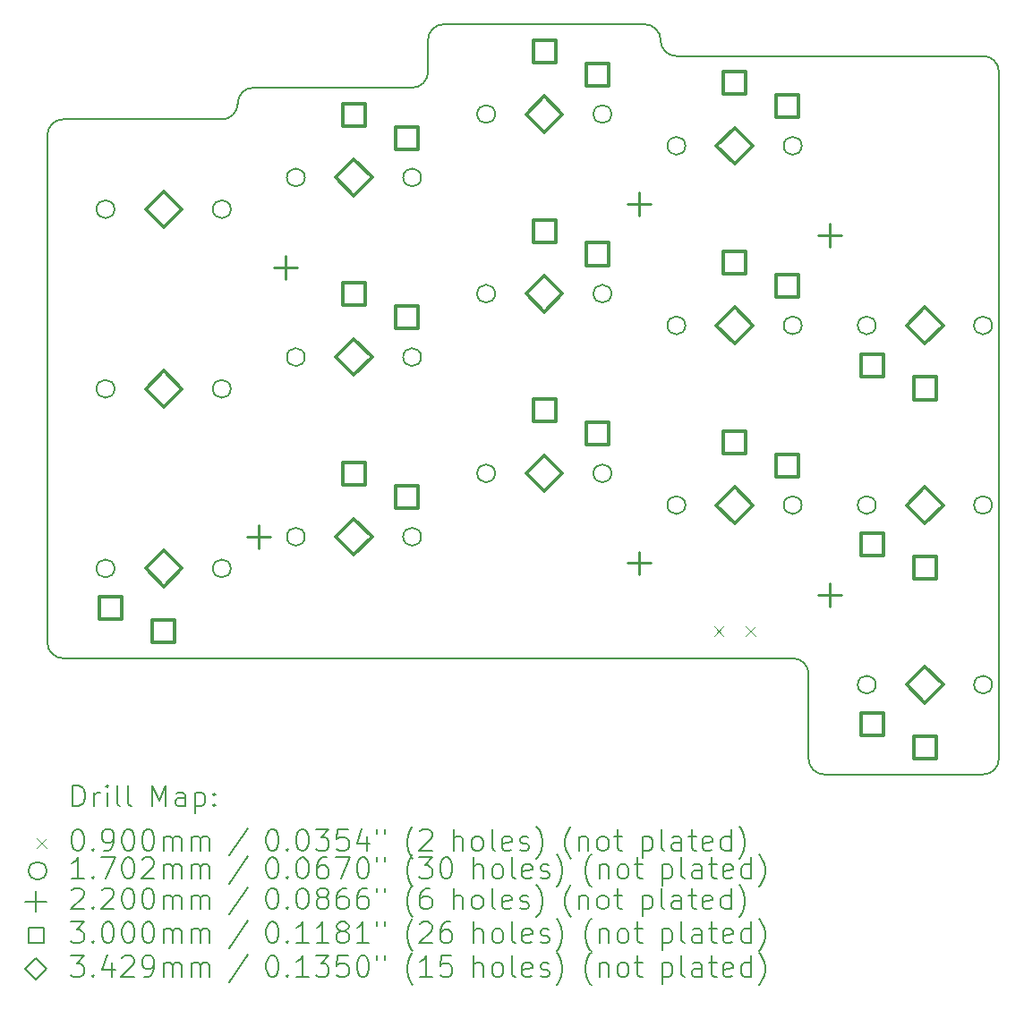
<source format=gbr>
%TF.GenerationSoftware,KiCad,Pcbnew,(7.0.0-0)*%
%TF.CreationDate,2023-02-22T17:52:02+08:00*%
%TF.ProjectId,right,72696768-742e-46b6-9963-61645f706362,v1.0.0*%
%TF.SameCoordinates,Original*%
%TF.FileFunction,Drillmap*%
%TF.FilePolarity,Positive*%
%FSLAX45Y45*%
G04 Gerber Fmt 4.5, Leading zero omitted, Abs format (unit mm)*
G04 Created by KiCad (PCBNEW (7.0.0-0)) date 2023-02-22 17:52:02*
%MOMM*%
%LPD*%
G01*
G04 APERTURE LIST*
%ADD10C,0.150000*%
%ADD11C,0.200000*%
%ADD12C,0.090000*%
%ADD13C,0.170180*%
%ADD14C,0.220000*%
%ADD15C,0.300000*%
%ADD16C,0.342900*%
G04 APERTURE END LIST*
D10*
X-951000Y-850000D02*
X5951000Y-850000D01*
X-1100000Y-701000D02*
X-1100000Y4101000D01*
X551000Y4250000D02*
X-951000Y4250000D01*
X2351000Y4550000D02*
X849000Y4550000D01*
X700000Y4401000D02*
X700000Y4399000D01*
X4700000Y4999000D02*
X4700000Y5001000D01*
X4551000Y5150000D02*
X2649000Y5150000D01*
X2500000Y5001000D02*
X2500000Y4699000D01*
X4849000Y4850000D02*
X7751000Y4850000D01*
X6249000Y-1950000D02*
X7751000Y-1950000D01*
X6100000Y-999000D02*
X6100000Y-1801000D01*
X7900000Y4701000D02*
X7900000Y-1801000D01*
X6100000Y-999000D02*
G75*
G03*
X5951000Y-850000I-149000J0D01*
G01*
X6100000Y-1801000D02*
G75*
G03*
X6249000Y-1950000I149000J0D01*
G01*
X7751000Y-1950000D02*
G75*
G03*
X7900000Y-1801000I0J149000D01*
G01*
X7900000Y4701000D02*
G75*
G03*
X7751000Y4850000I-149000J0D01*
G01*
X4700000Y4999000D02*
G75*
G03*
X4849000Y4850000I149000J0D01*
G01*
X4700000Y5001000D02*
G75*
G03*
X4551000Y5150000I-149000J0D01*
G01*
X2649000Y5150000D02*
G75*
G03*
X2500000Y5001000I0J-149000D01*
G01*
X2351000Y4550000D02*
G75*
G03*
X2500000Y4699000I0J149000D01*
G01*
X849000Y4550000D02*
G75*
G03*
X700000Y4401000I0J-149000D01*
G01*
X551000Y4250000D02*
G75*
G03*
X700000Y4399000I0J149000D01*
G01*
X-951000Y4250000D02*
G75*
G03*
X-1100000Y4101000I0J-149000D01*
G01*
X-1100000Y-701000D02*
G75*
G03*
X-951000Y-850000I149000J0D01*
G01*
D11*
D12*
X5205000Y-548000D02*
X5295000Y-638000D01*
X5295000Y-548000D02*
X5205000Y-638000D01*
X5505000Y-548000D02*
X5595000Y-638000D01*
X5595000Y-548000D02*
X5505000Y-638000D01*
D13*
X-464910Y3400000D02*
G75*
G03*
X-464910Y3400000I-85090J0D01*
G01*
X-464910Y1700000D02*
G75*
G03*
X-464910Y1700000I-85090J0D01*
G01*
X-464910Y0D02*
G75*
G03*
X-464910Y0I-85090J0D01*
G01*
X635090Y3400000D02*
G75*
G03*
X635090Y3400000I-85090J0D01*
G01*
X635090Y1700000D02*
G75*
G03*
X635090Y1700000I-85090J0D01*
G01*
X635090Y0D02*
G75*
G03*
X635090Y0I-85090J0D01*
G01*
X1335090Y3700000D02*
G75*
G03*
X1335090Y3700000I-85090J0D01*
G01*
X1335090Y2000000D02*
G75*
G03*
X1335090Y2000000I-85090J0D01*
G01*
X1335090Y300000D02*
G75*
G03*
X1335090Y300000I-85090J0D01*
G01*
X2435090Y3700000D02*
G75*
G03*
X2435090Y3700000I-85090J0D01*
G01*
X2435090Y2000000D02*
G75*
G03*
X2435090Y2000000I-85090J0D01*
G01*
X2435090Y300000D02*
G75*
G03*
X2435090Y300000I-85090J0D01*
G01*
X3135090Y4300000D02*
G75*
G03*
X3135090Y4300000I-85090J0D01*
G01*
X3135090Y2600000D02*
G75*
G03*
X3135090Y2600000I-85090J0D01*
G01*
X3135090Y900000D02*
G75*
G03*
X3135090Y900000I-85090J0D01*
G01*
X4235090Y4300000D02*
G75*
G03*
X4235090Y4300000I-85090J0D01*
G01*
X4235090Y2600000D02*
G75*
G03*
X4235090Y2600000I-85090J0D01*
G01*
X4235090Y900000D02*
G75*
G03*
X4235090Y900000I-85090J0D01*
G01*
X4935090Y4000000D02*
G75*
G03*
X4935090Y4000000I-85090J0D01*
G01*
X4935090Y2300000D02*
G75*
G03*
X4935090Y2300000I-85090J0D01*
G01*
X4935090Y600000D02*
G75*
G03*
X4935090Y600000I-85090J0D01*
G01*
X6035090Y4000000D02*
G75*
G03*
X6035090Y4000000I-85090J0D01*
G01*
X6035090Y2300000D02*
G75*
G03*
X6035090Y2300000I-85090J0D01*
G01*
X6035090Y600000D02*
G75*
G03*
X6035090Y600000I-85090J0D01*
G01*
X6735090Y2300000D02*
G75*
G03*
X6735090Y2300000I-85090J0D01*
G01*
X6735090Y600000D02*
G75*
G03*
X6735090Y600000I-85090J0D01*
G01*
X6735090Y-1100000D02*
G75*
G03*
X6735090Y-1100000I-85090J0D01*
G01*
X7835090Y2300000D02*
G75*
G03*
X7835090Y2300000I-85090J0D01*
G01*
X7835090Y600000D02*
G75*
G03*
X7835090Y600000I-85090J0D01*
G01*
X7835090Y-1100000D02*
G75*
G03*
X7835090Y-1100000I-85090J0D01*
G01*
D14*
X900000Y410000D02*
X900000Y190000D01*
X790000Y300000D02*
X1010000Y300000D01*
X1150000Y2960000D02*
X1150000Y2740000D01*
X1040000Y2850000D02*
X1260000Y2850000D01*
X4500000Y3560000D02*
X4500000Y3340000D01*
X4390000Y3450000D02*
X4610000Y3450000D01*
X4500000Y160000D02*
X4500000Y-60000D01*
X4390000Y50000D02*
X4610000Y50000D01*
X6300000Y3260000D02*
X6300000Y3040000D01*
X6190000Y3150000D02*
X6410000Y3150000D01*
X6300000Y-140000D02*
X6300000Y-360000D01*
X6190000Y-250000D02*
X6410000Y-250000D01*
D15*
X-393933Y-481067D02*
X-393933Y-268933D01*
X-606067Y-268933D01*
X-606067Y-481067D01*
X-393933Y-481067D01*
X106067Y-701067D02*
X106067Y-488933D01*
X-106067Y-488933D01*
X-106067Y-701067D01*
X106067Y-701067D01*
X1906067Y4188933D02*
X1906067Y4401067D01*
X1693933Y4401067D01*
X1693933Y4188933D01*
X1906067Y4188933D01*
X1906067Y2488933D02*
X1906067Y2701067D01*
X1693933Y2701067D01*
X1693933Y2488933D01*
X1906067Y2488933D01*
X1906067Y788933D02*
X1906067Y1001067D01*
X1693933Y1001067D01*
X1693933Y788933D01*
X1906067Y788933D01*
X2406067Y3968933D02*
X2406067Y4181067D01*
X2193933Y4181067D01*
X2193933Y3968933D01*
X2406067Y3968933D01*
X2406067Y2268933D02*
X2406067Y2481067D01*
X2193933Y2481067D01*
X2193933Y2268933D01*
X2406067Y2268933D01*
X2406067Y568933D02*
X2406067Y781067D01*
X2193933Y781067D01*
X2193933Y568933D01*
X2406067Y568933D01*
X3706067Y4788933D02*
X3706067Y5001067D01*
X3493933Y5001067D01*
X3493933Y4788933D01*
X3706067Y4788933D01*
X3706067Y3088933D02*
X3706067Y3301067D01*
X3493933Y3301067D01*
X3493933Y3088933D01*
X3706067Y3088933D01*
X3706067Y1388933D02*
X3706067Y1601067D01*
X3493933Y1601067D01*
X3493933Y1388933D01*
X3706067Y1388933D01*
X4206067Y4568933D02*
X4206067Y4781067D01*
X3993933Y4781067D01*
X3993933Y4568933D01*
X4206067Y4568933D01*
X4206067Y2868933D02*
X4206067Y3081067D01*
X3993933Y3081067D01*
X3993933Y2868933D01*
X4206067Y2868933D01*
X4206067Y1168933D02*
X4206067Y1381067D01*
X3993933Y1381067D01*
X3993933Y1168933D01*
X4206067Y1168933D01*
X5506067Y4488933D02*
X5506067Y4701067D01*
X5293933Y4701067D01*
X5293933Y4488933D01*
X5506067Y4488933D01*
X5506067Y2788933D02*
X5506067Y3001067D01*
X5293933Y3001067D01*
X5293933Y2788933D01*
X5506067Y2788933D01*
X5506067Y1088933D02*
X5506067Y1301067D01*
X5293933Y1301067D01*
X5293933Y1088933D01*
X5506067Y1088933D01*
X6006067Y4268933D02*
X6006067Y4481067D01*
X5793933Y4481067D01*
X5793933Y4268933D01*
X6006067Y4268933D01*
X6006067Y2568933D02*
X6006067Y2781067D01*
X5793933Y2781067D01*
X5793933Y2568933D01*
X6006067Y2568933D01*
X6006067Y868933D02*
X6006067Y1081067D01*
X5793933Y1081067D01*
X5793933Y868933D01*
X6006067Y868933D01*
X6806067Y1818933D02*
X6806067Y2031067D01*
X6593933Y2031067D01*
X6593933Y1818933D01*
X6806067Y1818933D01*
X6806067Y118933D02*
X6806067Y331067D01*
X6593933Y331067D01*
X6593933Y118933D01*
X6806067Y118933D01*
X6806067Y-1581067D02*
X6806067Y-1368933D01*
X6593933Y-1368933D01*
X6593933Y-1581067D01*
X6806067Y-1581067D01*
X7306067Y1598933D02*
X7306067Y1811067D01*
X7093933Y1811067D01*
X7093933Y1598933D01*
X7306067Y1598933D01*
X7306067Y-101067D02*
X7306067Y111067D01*
X7093933Y111067D01*
X7093933Y-101067D01*
X7306067Y-101067D01*
X7306067Y-1801067D02*
X7306067Y-1588933D01*
X7093933Y-1588933D01*
X7093933Y-1801067D01*
X7306067Y-1801067D01*
D16*
X0Y3228550D02*
X171450Y3400000D01*
X0Y3571450D01*
X-171450Y3400000D01*
X0Y3228550D01*
X0Y1528550D02*
X171450Y1700000D01*
X0Y1871450D01*
X-171450Y1700000D01*
X0Y1528550D01*
X0Y-171450D02*
X171450Y0D01*
X0Y171450D01*
X-171450Y0D01*
X0Y-171450D01*
X1800000Y3528550D02*
X1971450Y3700000D01*
X1800000Y3871450D01*
X1628550Y3700000D01*
X1800000Y3528550D01*
X1800000Y1828550D02*
X1971450Y2000000D01*
X1800000Y2171450D01*
X1628550Y2000000D01*
X1800000Y1828550D01*
X1800000Y128550D02*
X1971450Y300000D01*
X1800000Y471450D01*
X1628550Y300000D01*
X1800000Y128550D01*
X3600000Y4128550D02*
X3771450Y4300000D01*
X3600000Y4471450D01*
X3428550Y4300000D01*
X3600000Y4128550D01*
X3600000Y2428550D02*
X3771450Y2600000D01*
X3600000Y2771450D01*
X3428550Y2600000D01*
X3600000Y2428550D01*
X3600000Y728550D02*
X3771450Y900000D01*
X3600000Y1071450D01*
X3428550Y900000D01*
X3600000Y728550D01*
X5400000Y3828550D02*
X5571450Y4000000D01*
X5400000Y4171450D01*
X5228550Y4000000D01*
X5400000Y3828550D01*
X5400000Y2128550D02*
X5571450Y2300000D01*
X5400000Y2471450D01*
X5228550Y2300000D01*
X5400000Y2128550D01*
X5400000Y428550D02*
X5571450Y600000D01*
X5400000Y771450D01*
X5228550Y600000D01*
X5400000Y428550D01*
X7200000Y2128550D02*
X7371450Y2300000D01*
X7200000Y2471450D01*
X7028550Y2300000D01*
X7200000Y2128550D01*
X7200000Y428550D02*
X7371450Y600000D01*
X7200000Y771450D01*
X7028550Y600000D01*
X7200000Y428550D01*
X7200000Y-1271450D02*
X7371450Y-1100000D01*
X7200000Y-928550D01*
X7028550Y-1100000D01*
X7200000Y-1271450D01*
D11*
X-859881Y-2250976D02*
X-859881Y-2050976D01*
X-859881Y-2050976D02*
X-812262Y-2050976D01*
X-812262Y-2050976D02*
X-783690Y-2060500D01*
X-783690Y-2060500D02*
X-764643Y-2079548D01*
X-764643Y-2079548D02*
X-755119Y-2098595D01*
X-755119Y-2098595D02*
X-745595Y-2136690D01*
X-745595Y-2136690D02*
X-745595Y-2165262D01*
X-745595Y-2165262D02*
X-755119Y-2203357D01*
X-755119Y-2203357D02*
X-764643Y-2222405D01*
X-764643Y-2222405D02*
X-783690Y-2241452D01*
X-783690Y-2241452D02*
X-812262Y-2250976D01*
X-812262Y-2250976D02*
X-859881Y-2250976D01*
X-659881Y-2250976D02*
X-659881Y-2117643D01*
X-659881Y-2155738D02*
X-650357Y-2136690D01*
X-650357Y-2136690D02*
X-640833Y-2127167D01*
X-640833Y-2127167D02*
X-621786Y-2117643D01*
X-621786Y-2117643D02*
X-602738Y-2117643D01*
X-536071Y-2250976D02*
X-536071Y-2117643D01*
X-536071Y-2050976D02*
X-545595Y-2060500D01*
X-545595Y-2060500D02*
X-536071Y-2070024D01*
X-536071Y-2070024D02*
X-526548Y-2060500D01*
X-526548Y-2060500D02*
X-536071Y-2050976D01*
X-536071Y-2050976D02*
X-536071Y-2070024D01*
X-412262Y-2250976D02*
X-431309Y-2241452D01*
X-431309Y-2241452D02*
X-440833Y-2222405D01*
X-440833Y-2222405D02*
X-440833Y-2050976D01*
X-307500Y-2250976D02*
X-326548Y-2241452D01*
X-326548Y-2241452D02*
X-336071Y-2222405D01*
X-336071Y-2222405D02*
X-336071Y-2050976D01*
X-111309Y-2250976D02*
X-111309Y-2050976D01*
X-111309Y-2050976D02*
X-44643Y-2193833D01*
X-44643Y-2193833D02*
X22024Y-2050976D01*
X22024Y-2050976D02*
X22024Y-2250976D01*
X202976Y-2250976D02*
X202976Y-2146214D01*
X202976Y-2146214D02*
X193452Y-2127167D01*
X193452Y-2127167D02*
X174405Y-2117643D01*
X174405Y-2117643D02*
X136309Y-2117643D01*
X136309Y-2117643D02*
X117262Y-2127167D01*
X202976Y-2241452D02*
X183928Y-2250976D01*
X183928Y-2250976D02*
X136309Y-2250976D01*
X136309Y-2250976D02*
X117262Y-2241452D01*
X117262Y-2241452D02*
X107738Y-2222405D01*
X107738Y-2222405D02*
X107738Y-2203357D01*
X107738Y-2203357D02*
X117262Y-2184310D01*
X117262Y-2184310D02*
X136309Y-2174786D01*
X136309Y-2174786D02*
X183928Y-2174786D01*
X183928Y-2174786D02*
X202976Y-2165262D01*
X298214Y-2117643D02*
X298214Y-2317643D01*
X298214Y-2127167D02*
X317262Y-2117643D01*
X317262Y-2117643D02*
X355357Y-2117643D01*
X355357Y-2117643D02*
X374405Y-2127167D01*
X374405Y-2127167D02*
X383928Y-2136690D01*
X383928Y-2136690D02*
X393452Y-2155738D01*
X393452Y-2155738D02*
X393452Y-2212881D01*
X393452Y-2212881D02*
X383928Y-2231929D01*
X383928Y-2231929D02*
X374405Y-2241452D01*
X374405Y-2241452D02*
X355357Y-2250976D01*
X355357Y-2250976D02*
X317262Y-2250976D01*
X317262Y-2250976D02*
X298214Y-2241452D01*
X479167Y-2231929D02*
X488690Y-2241452D01*
X488690Y-2241452D02*
X479167Y-2250976D01*
X479167Y-2250976D02*
X469643Y-2241452D01*
X469643Y-2241452D02*
X479167Y-2231929D01*
X479167Y-2231929D02*
X479167Y-2250976D01*
X479167Y-2127167D02*
X488690Y-2136690D01*
X488690Y-2136690D02*
X479167Y-2146214D01*
X479167Y-2146214D02*
X469643Y-2136690D01*
X469643Y-2136690D02*
X479167Y-2127167D01*
X479167Y-2127167D02*
X479167Y-2146214D01*
D12*
X-1197500Y-2552500D02*
X-1107500Y-2642500D01*
X-1107500Y-2552500D02*
X-1197500Y-2642500D01*
D11*
X-821786Y-2470976D02*
X-802738Y-2470976D01*
X-802738Y-2470976D02*
X-783690Y-2480500D01*
X-783690Y-2480500D02*
X-774167Y-2490024D01*
X-774167Y-2490024D02*
X-764643Y-2509071D01*
X-764643Y-2509071D02*
X-755119Y-2547167D01*
X-755119Y-2547167D02*
X-755119Y-2594786D01*
X-755119Y-2594786D02*
X-764643Y-2632881D01*
X-764643Y-2632881D02*
X-774167Y-2651929D01*
X-774167Y-2651929D02*
X-783690Y-2661452D01*
X-783690Y-2661452D02*
X-802738Y-2670976D01*
X-802738Y-2670976D02*
X-821786Y-2670976D01*
X-821786Y-2670976D02*
X-840833Y-2661452D01*
X-840833Y-2661452D02*
X-850357Y-2651929D01*
X-850357Y-2651929D02*
X-859881Y-2632881D01*
X-859881Y-2632881D02*
X-869405Y-2594786D01*
X-869405Y-2594786D02*
X-869405Y-2547167D01*
X-869405Y-2547167D02*
X-859881Y-2509071D01*
X-859881Y-2509071D02*
X-850357Y-2490024D01*
X-850357Y-2490024D02*
X-840833Y-2480500D01*
X-840833Y-2480500D02*
X-821786Y-2470976D01*
X-669405Y-2651929D02*
X-659881Y-2661452D01*
X-659881Y-2661452D02*
X-669405Y-2670976D01*
X-669405Y-2670976D02*
X-678929Y-2661452D01*
X-678929Y-2661452D02*
X-669405Y-2651929D01*
X-669405Y-2651929D02*
X-669405Y-2670976D01*
X-564643Y-2670976D02*
X-526548Y-2670976D01*
X-526548Y-2670976D02*
X-507500Y-2661452D01*
X-507500Y-2661452D02*
X-497976Y-2651929D01*
X-497976Y-2651929D02*
X-478928Y-2623357D01*
X-478928Y-2623357D02*
X-469405Y-2585262D01*
X-469405Y-2585262D02*
X-469405Y-2509071D01*
X-469405Y-2509071D02*
X-478928Y-2490024D01*
X-478928Y-2490024D02*
X-488452Y-2480500D01*
X-488452Y-2480500D02*
X-507500Y-2470976D01*
X-507500Y-2470976D02*
X-545595Y-2470976D01*
X-545595Y-2470976D02*
X-564643Y-2480500D01*
X-564643Y-2480500D02*
X-574167Y-2490024D01*
X-574167Y-2490024D02*
X-583690Y-2509071D01*
X-583690Y-2509071D02*
X-583690Y-2556690D01*
X-583690Y-2556690D02*
X-574167Y-2575738D01*
X-574167Y-2575738D02*
X-564643Y-2585262D01*
X-564643Y-2585262D02*
X-545595Y-2594786D01*
X-545595Y-2594786D02*
X-507500Y-2594786D01*
X-507500Y-2594786D02*
X-488452Y-2585262D01*
X-488452Y-2585262D02*
X-478928Y-2575738D01*
X-478928Y-2575738D02*
X-469405Y-2556690D01*
X-345595Y-2470976D02*
X-326548Y-2470976D01*
X-326548Y-2470976D02*
X-307500Y-2480500D01*
X-307500Y-2480500D02*
X-297976Y-2490024D01*
X-297976Y-2490024D02*
X-288452Y-2509071D01*
X-288452Y-2509071D02*
X-278929Y-2547167D01*
X-278929Y-2547167D02*
X-278929Y-2594786D01*
X-278929Y-2594786D02*
X-288452Y-2632881D01*
X-288452Y-2632881D02*
X-297976Y-2651929D01*
X-297976Y-2651929D02*
X-307500Y-2661452D01*
X-307500Y-2661452D02*
X-326548Y-2670976D01*
X-326548Y-2670976D02*
X-345595Y-2670976D01*
X-345595Y-2670976D02*
X-364643Y-2661452D01*
X-364643Y-2661452D02*
X-374167Y-2651929D01*
X-374167Y-2651929D02*
X-383690Y-2632881D01*
X-383690Y-2632881D02*
X-393214Y-2594786D01*
X-393214Y-2594786D02*
X-393214Y-2547167D01*
X-393214Y-2547167D02*
X-383690Y-2509071D01*
X-383690Y-2509071D02*
X-374167Y-2490024D01*
X-374167Y-2490024D02*
X-364643Y-2480500D01*
X-364643Y-2480500D02*
X-345595Y-2470976D01*
X-155119Y-2470976D02*
X-136071Y-2470976D01*
X-136071Y-2470976D02*
X-117024Y-2480500D01*
X-117024Y-2480500D02*
X-107500Y-2490024D01*
X-107500Y-2490024D02*
X-97976Y-2509071D01*
X-97976Y-2509071D02*
X-88452Y-2547167D01*
X-88452Y-2547167D02*
X-88452Y-2594786D01*
X-88452Y-2594786D02*
X-97976Y-2632881D01*
X-97976Y-2632881D02*
X-107500Y-2651929D01*
X-107500Y-2651929D02*
X-117024Y-2661452D01*
X-117024Y-2661452D02*
X-136071Y-2670976D01*
X-136071Y-2670976D02*
X-155119Y-2670976D01*
X-155119Y-2670976D02*
X-174167Y-2661452D01*
X-174167Y-2661452D02*
X-183690Y-2651929D01*
X-183690Y-2651929D02*
X-193214Y-2632881D01*
X-193214Y-2632881D02*
X-202738Y-2594786D01*
X-202738Y-2594786D02*
X-202738Y-2547167D01*
X-202738Y-2547167D02*
X-193214Y-2509071D01*
X-193214Y-2509071D02*
X-183690Y-2490024D01*
X-183690Y-2490024D02*
X-174167Y-2480500D01*
X-174167Y-2480500D02*
X-155119Y-2470976D01*
X-2738Y-2670976D02*
X-2738Y-2537643D01*
X-2738Y-2556690D02*
X6786Y-2547167D01*
X6786Y-2547167D02*
X25833Y-2537643D01*
X25833Y-2537643D02*
X54405Y-2537643D01*
X54405Y-2537643D02*
X73452Y-2547167D01*
X73452Y-2547167D02*
X82976Y-2566214D01*
X82976Y-2566214D02*
X82976Y-2670976D01*
X82976Y-2566214D02*
X92500Y-2547167D01*
X92500Y-2547167D02*
X111548Y-2537643D01*
X111548Y-2537643D02*
X140119Y-2537643D01*
X140119Y-2537643D02*
X159167Y-2547167D01*
X159167Y-2547167D02*
X168691Y-2566214D01*
X168691Y-2566214D02*
X168691Y-2670976D01*
X263929Y-2670976D02*
X263929Y-2537643D01*
X263929Y-2556690D02*
X273452Y-2547167D01*
X273452Y-2547167D02*
X292500Y-2537643D01*
X292500Y-2537643D02*
X321072Y-2537643D01*
X321072Y-2537643D02*
X340119Y-2547167D01*
X340119Y-2547167D02*
X349643Y-2566214D01*
X349643Y-2566214D02*
X349643Y-2670976D01*
X349643Y-2566214D02*
X359167Y-2547167D01*
X359167Y-2547167D02*
X378214Y-2537643D01*
X378214Y-2537643D02*
X406786Y-2537643D01*
X406786Y-2537643D02*
X425833Y-2547167D01*
X425833Y-2547167D02*
X435357Y-2566214D01*
X435357Y-2566214D02*
X435357Y-2670976D01*
X793452Y-2461452D02*
X622024Y-2718595D01*
X1018214Y-2470976D02*
X1037262Y-2470976D01*
X1037262Y-2470976D02*
X1056310Y-2480500D01*
X1056310Y-2480500D02*
X1065833Y-2490024D01*
X1065833Y-2490024D02*
X1075357Y-2509071D01*
X1075357Y-2509071D02*
X1084881Y-2547167D01*
X1084881Y-2547167D02*
X1084881Y-2594786D01*
X1084881Y-2594786D02*
X1075357Y-2632881D01*
X1075357Y-2632881D02*
X1065833Y-2651929D01*
X1065833Y-2651929D02*
X1056310Y-2661452D01*
X1056310Y-2661452D02*
X1037262Y-2670976D01*
X1037262Y-2670976D02*
X1018214Y-2670976D01*
X1018214Y-2670976D02*
X999167Y-2661452D01*
X999167Y-2661452D02*
X989643Y-2651929D01*
X989643Y-2651929D02*
X980119Y-2632881D01*
X980119Y-2632881D02*
X970595Y-2594786D01*
X970595Y-2594786D02*
X970595Y-2547167D01*
X970595Y-2547167D02*
X980119Y-2509071D01*
X980119Y-2509071D02*
X989643Y-2490024D01*
X989643Y-2490024D02*
X999167Y-2480500D01*
X999167Y-2480500D02*
X1018214Y-2470976D01*
X1170595Y-2651929D02*
X1180119Y-2661452D01*
X1180119Y-2661452D02*
X1170595Y-2670976D01*
X1170595Y-2670976D02*
X1161072Y-2661452D01*
X1161072Y-2661452D02*
X1170595Y-2651929D01*
X1170595Y-2651929D02*
X1170595Y-2670976D01*
X1303929Y-2470976D02*
X1322976Y-2470976D01*
X1322976Y-2470976D02*
X1342024Y-2480500D01*
X1342024Y-2480500D02*
X1351548Y-2490024D01*
X1351548Y-2490024D02*
X1361072Y-2509071D01*
X1361072Y-2509071D02*
X1370595Y-2547167D01*
X1370595Y-2547167D02*
X1370595Y-2594786D01*
X1370595Y-2594786D02*
X1361072Y-2632881D01*
X1361072Y-2632881D02*
X1351548Y-2651929D01*
X1351548Y-2651929D02*
X1342024Y-2661452D01*
X1342024Y-2661452D02*
X1322976Y-2670976D01*
X1322976Y-2670976D02*
X1303929Y-2670976D01*
X1303929Y-2670976D02*
X1284881Y-2661452D01*
X1284881Y-2661452D02*
X1275357Y-2651929D01*
X1275357Y-2651929D02*
X1265833Y-2632881D01*
X1265833Y-2632881D02*
X1256310Y-2594786D01*
X1256310Y-2594786D02*
X1256310Y-2547167D01*
X1256310Y-2547167D02*
X1265833Y-2509071D01*
X1265833Y-2509071D02*
X1275357Y-2490024D01*
X1275357Y-2490024D02*
X1284881Y-2480500D01*
X1284881Y-2480500D02*
X1303929Y-2470976D01*
X1437262Y-2470976D02*
X1561071Y-2470976D01*
X1561071Y-2470976D02*
X1494405Y-2547167D01*
X1494405Y-2547167D02*
X1522976Y-2547167D01*
X1522976Y-2547167D02*
X1542024Y-2556690D01*
X1542024Y-2556690D02*
X1551548Y-2566214D01*
X1551548Y-2566214D02*
X1561071Y-2585262D01*
X1561071Y-2585262D02*
X1561071Y-2632881D01*
X1561071Y-2632881D02*
X1551548Y-2651929D01*
X1551548Y-2651929D02*
X1542024Y-2661452D01*
X1542024Y-2661452D02*
X1522976Y-2670976D01*
X1522976Y-2670976D02*
X1465833Y-2670976D01*
X1465833Y-2670976D02*
X1446786Y-2661452D01*
X1446786Y-2661452D02*
X1437262Y-2651929D01*
X1742024Y-2470976D02*
X1646786Y-2470976D01*
X1646786Y-2470976D02*
X1637262Y-2566214D01*
X1637262Y-2566214D02*
X1646786Y-2556690D01*
X1646786Y-2556690D02*
X1665833Y-2547167D01*
X1665833Y-2547167D02*
X1713452Y-2547167D01*
X1713452Y-2547167D02*
X1732500Y-2556690D01*
X1732500Y-2556690D02*
X1742024Y-2566214D01*
X1742024Y-2566214D02*
X1751548Y-2585262D01*
X1751548Y-2585262D02*
X1751548Y-2632881D01*
X1751548Y-2632881D02*
X1742024Y-2651929D01*
X1742024Y-2651929D02*
X1732500Y-2661452D01*
X1732500Y-2661452D02*
X1713452Y-2670976D01*
X1713452Y-2670976D02*
X1665833Y-2670976D01*
X1665833Y-2670976D02*
X1646786Y-2661452D01*
X1646786Y-2661452D02*
X1637262Y-2651929D01*
X1922976Y-2537643D02*
X1922976Y-2670976D01*
X1875357Y-2461452D02*
X1827738Y-2604310D01*
X1827738Y-2604310D02*
X1951548Y-2604310D01*
X2018214Y-2470976D02*
X2018214Y-2509071D01*
X2094405Y-2470976D02*
X2094405Y-2509071D01*
X2357262Y-2747167D02*
X2347738Y-2737643D01*
X2347738Y-2737643D02*
X2328691Y-2709071D01*
X2328691Y-2709071D02*
X2319167Y-2690024D01*
X2319167Y-2690024D02*
X2309643Y-2661452D01*
X2309643Y-2661452D02*
X2300119Y-2613833D01*
X2300119Y-2613833D02*
X2300119Y-2575738D01*
X2300119Y-2575738D02*
X2309643Y-2528119D01*
X2309643Y-2528119D02*
X2319167Y-2499548D01*
X2319167Y-2499548D02*
X2328691Y-2480500D01*
X2328691Y-2480500D02*
X2347738Y-2451929D01*
X2347738Y-2451929D02*
X2357262Y-2442405D01*
X2423929Y-2490024D02*
X2433453Y-2480500D01*
X2433453Y-2480500D02*
X2452500Y-2470976D01*
X2452500Y-2470976D02*
X2500119Y-2470976D01*
X2500119Y-2470976D02*
X2519167Y-2480500D01*
X2519167Y-2480500D02*
X2528691Y-2490024D01*
X2528691Y-2490024D02*
X2538214Y-2509071D01*
X2538214Y-2509071D02*
X2538214Y-2528119D01*
X2538214Y-2528119D02*
X2528691Y-2556690D01*
X2528691Y-2556690D02*
X2414405Y-2670976D01*
X2414405Y-2670976D02*
X2538214Y-2670976D01*
X2743929Y-2670976D02*
X2743929Y-2470976D01*
X2829643Y-2670976D02*
X2829643Y-2566214D01*
X2829643Y-2566214D02*
X2820119Y-2547167D01*
X2820119Y-2547167D02*
X2801072Y-2537643D01*
X2801072Y-2537643D02*
X2772500Y-2537643D01*
X2772500Y-2537643D02*
X2753453Y-2547167D01*
X2753453Y-2547167D02*
X2743929Y-2556690D01*
X2953452Y-2670976D02*
X2934405Y-2661452D01*
X2934405Y-2661452D02*
X2924881Y-2651929D01*
X2924881Y-2651929D02*
X2915357Y-2632881D01*
X2915357Y-2632881D02*
X2915357Y-2575738D01*
X2915357Y-2575738D02*
X2924881Y-2556690D01*
X2924881Y-2556690D02*
X2934405Y-2547167D01*
X2934405Y-2547167D02*
X2953452Y-2537643D01*
X2953452Y-2537643D02*
X2982024Y-2537643D01*
X2982024Y-2537643D02*
X3001072Y-2547167D01*
X3001072Y-2547167D02*
X3010595Y-2556690D01*
X3010595Y-2556690D02*
X3020119Y-2575738D01*
X3020119Y-2575738D02*
X3020119Y-2632881D01*
X3020119Y-2632881D02*
X3010595Y-2651929D01*
X3010595Y-2651929D02*
X3001072Y-2661452D01*
X3001072Y-2661452D02*
X2982024Y-2670976D01*
X2982024Y-2670976D02*
X2953452Y-2670976D01*
X3134405Y-2670976D02*
X3115357Y-2661452D01*
X3115357Y-2661452D02*
X3105833Y-2642405D01*
X3105833Y-2642405D02*
X3105833Y-2470976D01*
X3286786Y-2661452D02*
X3267738Y-2670976D01*
X3267738Y-2670976D02*
X3229643Y-2670976D01*
X3229643Y-2670976D02*
X3210595Y-2661452D01*
X3210595Y-2661452D02*
X3201072Y-2642405D01*
X3201072Y-2642405D02*
X3201072Y-2566214D01*
X3201072Y-2566214D02*
X3210595Y-2547167D01*
X3210595Y-2547167D02*
X3229643Y-2537643D01*
X3229643Y-2537643D02*
X3267738Y-2537643D01*
X3267738Y-2537643D02*
X3286786Y-2547167D01*
X3286786Y-2547167D02*
X3296310Y-2566214D01*
X3296310Y-2566214D02*
X3296310Y-2585262D01*
X3296310Y-2585262D02*
X3201072Y-2604310D01*
X3372500Y-2661452D02*
X3391548Y-2670976D01*
X3391548Y-2670976D02*
X3429643Y-2670976D01*
X3429643Y-2670976D02*
X3448691Y-2661452D01*
X3448691Y-2661452D02*
X3458214Y-2642405D01*
X3458214Y-2642405D02*
X3458214Y-2632881D01*
X3458214Y-2632881D02*
X3448691Y-2613833D01*
X3448691Y-2613833D02*
X3429643Y-2604310D01*
X3429643Y-2604310D02*
X3401072Y-2604310D01*
X3401072Y-2604310D02*
X3382024Y-2594786D01*
X3382024Y-2594786D02*
X3372500Y-2575738D01*
X3372500Y-2575738D02*
X3372500Y-2566214D01*
X3372500Y-2566214D02*
X3382024Y-2547167D01*
X3382024Y-2547167D02*
X3401072Y-2537643D01*
X3401072Y-2537643D02*
X3429643Y-2537643D01*
X3429643Y-2537643D02*
X3448691Y-2547167D01*
X3524881Y-2747167D02*
X3534405Y-2737643D01*
X3534405Y-2737643D02*
X3553453Y-2709071D01*
X3553453Y-2709071D02*
X3562976Y-2690024D01*
X3562976Y-2690024D02*
X3572500Y-2661452D01*
X3572500Y-2661452D02*
X3582024Y-2613833D01*
X3582024Y-2613833D02*
X3582024Y-2575738D01*
X3582024Y-2575738D02*
X3572500Y-2528119D01*
X3572500Y-2528119D02*
X3562976Y-2499548D01*
X3562976Y-2499548D02*
X3553453Y-2480500D01*
X3553453Y-2480500D02*
X3534405Y-2451929D01*
X3534405Y-2451929D02*
X3524881Y-2442405D01*
X3854405Y-2747167D02*
X3844881Y-2737643D01*
X3844881Y-2737643D02*
X3825833Y-2709071D01*
X3825833Y-2709071D02*
X3816310Y-2690024D01*
X3816310Y-2690024D02*
X3806786Y-2661452D01*
X3806786Y-2661452D02*
X3797262Y-2613833D01*
X3797262Y-2613833D02*
X3797262Y-2575738D01*
X3797262Y-2575738D02*
X3806786Y-2528119D01*
X3806786Y-2528119D02*
X3816310Y-2499548D01*
X3816310Y-2499548D02*
X3825833Y-2480500D01*
X3825833Y-2480500D02*
X3844881Y-2451929D01*
X3844881Y-2451929D02*
X3854405Y-2442405D01*
X3930595Y-2537643D02*
X3930595Y-2670976D01*
X3930595Y-2556690D02*
X3940119Y-2547167D01*
X3940119Y-2547167D02*
X3959167Y-2537643D01*
X3959167Y-2537643D02*
X3987738Y-2537643D01*
X3987738Y-2537643D02*
X4006786Y-2547167D01*
X4006786Y-2547167D02*
X4016310Y-2566214D01*
X4016310Y-2566214D02*
X4016310Y-2670976D01*
X4140119Y-2670976D02*
X4121072Y-2661452D01*
X4121072Y-2661452D02*
X4111548Y-2651929D01*
X4111548Y-2651929D02*
X4102024Y-2632881D01*
X4102024Y-2632881D02*
X4102024Y-2575738D01*
X4102024Y-2575738D02*
X4111548Y-2556690D01*
X4111548Y-2556690D02*
X4121072Y-2547167D01*
X4121072Y-2547167D02*
X4140119Y-2537643D01*
X4140119Y-2537643D02*
X4168691Y-2537643D01*
X4168691Y-2537643D02*
X4187738Y-2547167D01*
X4187738Y-2547167D02*
X4197262Y-2556690D01*
X4197262Y-2556690D02*
X4206786Y-2575738D01*
X4206786Y-2575738D02*
X4206786Y-2632881D01*
X4206786Y-2632881D02*
X4197262Y-2651929D01*
X4197262Y-2651929D02*
X4187738Y-2661452D01*
X4187738Y-2661452D02*
X4168691Y-2670976D01*
X4168691Y-2670976D02*
X4140119Y-2670976D01*
X4263929Y-2537643D02*
X4340119Y-2537643D01*
X4292500Y-2470976D02*
X4292500Y-2642405D01*
X4292500Y-2642405D02*
X4302024Y-2661452D01*
X4302024Y-2661452D02*
X4321072Y-2670976D01*
X4321072Y-2670976D02*
X4340119Y-2670976D01*
X4526786Y-2537643D02*
X4526786Y-2737643D01*
X4526786Y-2547167D02*
X4545834Y-2537643D01*
X4545834Y-2537643D02*
X4583929Y-2537643D01*
X4583929Y-2537643D02*
X4602976Y-2547167D01*
X4602976Y-2547167D02*
X4612500Y-2556690D01*
X4612500Y-2556690D02*
X4622024Y-2575738D01*
X4622024Y-2575738D02*
X4622024Y-2632881D01*
X4622024Y-2632881D02*
X4612500Y-2651929D01*
X4612500Y-2651929D02*
X4602976Y-2661452D01*
X4602976Y-2661452D02*
X4583929Y-2670976D01*
X4583929Y-2670976D02*
X4545834Y-2670976D01*
X4545834Y-2670976D02*
X4526786Y-2661452D01*
X4736310Y-2670976D02*
X4717262Y-2661452D01*
X4717262Y-2661452D02*
X4707738Y-2642405D01*
X4707738Y-2642405D02*
X4707738Y-2470976D01*
X4898215Y-2670976D02*
X4898215Y-2566214D01*
X4898215Y-2566214D02*
X4888691Y-2547167D01*
X4888691Y-2547167D02*
X4869643Y-2537643D01*
X4869643Y-2537643D02*
X4831548Y-2537643D01*
X4831548Y-2537643D02*
X4812500Y-2547167D01*
X4898215Y-2661452D02*
X4879167Y-2670976D01*
X4879167Y-2670976D02*
X4831548Y-2670976D01*
X4831548Y-2670976D02*
X4812500Y-2661452D01*
X4812500Y-2661452D02*
X4802976Y-2642405D01*
X4802976Y-2642405D02*
X4802976Y-2623357D01*
X4802976Y-2623357D02*
X4812500Y-2604310D01*
X4812500Y-2604310D02*
X4831548Y-2594786D01*
X4831548Y-2594786D02*
X4879167Y-2594786D01*
X4879167Y-2594786D02*
X4898215Y-2585262D01*
X4964881Y-2537643D02*
X5041072Y-2537643D01*
X4993453Y-2470976D02*
X4993453Y-2642405D01*
X4993453Y-2642405D02*
X5002976Y-2661452D01*
X5002976Y-2661452D02*
X5022024Y-2670976D01*
X5022024Y-2670976D02*
X5041072Y-2670976D01*
X5183929Y-2661452D02*
X5164881Y-2670976D01*
X5164881Y-2670976D02*
X5126786Y-2670976D01*
X5126786Y-2670976D02*
X5107738Y-2661452D01*
X5107738Y-2661452D02*
X5098215Y-2642405D01*
X5098215Y-2642405D02*
X5098215Y-2566214D01*
X5098215Y-2566214D02*
X5107738Y-2547167D01*
X5107738Y-2547167D02*
X5126786Y-2537643D01*
X5126786Y-2537643D02*
X5164881Y-2537643D01*
X5164881Y-2537643D02*
X5183929Y-2547167D01*
X5183929Y-2547167D02*
X5193453Y-2566214D01*
X5193453Y-2566214D02*
X5193453Y-2585262D01*
X5193453Y-2585262D02*
X5098215Y-2604310D01*
X5364881Y-2670976D02*
X5364881Y-2470976D01*
X5364881Y-2661452D02*
X5345834Y-2670976D01*
X5345834Y-2670976D02*
X5307738Y-2670976D01*
X5307738Y-2670976D02*
X5288691Y-2661452D01*
X5288691Y-2661452D02*
X5279167Y-2651929D01*
X5279167Y-2651929D02*
X5269643Y-2632881D01*
X5269643Y-2632881D02*
X5269643Y-2575738D01*
X5269643Y-2575738D02*
X5279167Y-2556690D01*
X5279167Y-2556690D02*
X5288691Y-2547167D01*
X5288691Y-2547167D02*
X5307738Y-2537643D01*
X5307738Y-2537643D02*
X5345834Y-2537643D01*
X5345834Y-2537643D02*
X5364881Y-2547167D01*
X5441072Y-2747167D02*
X5450596Y-2737643D01*
X5450596Y-2737643D02*
X5469643Y-2709071D01*
X5469643Y-2709071D02*
X5479167Y-2690024D01*
X5479167Y-2690024D02*
X5488691Y-2661452D01*
X5488691Y-2661452D02*
X5498215Y-2613833D01*
X5498215Y-2613833D02*
X5498215Y-2575738D01*
X5498215Y-2575738D02*
X5488691Y-2528119D01*
X5488691Y-2528119D02*
X5479167Y-2499548D01*
X5479167Y-2499548D02*
X5469643Y-2480500D01*
X5469643Y-2480500D02*
X5450596Y-2451929D01*
X5450596Y-2451929D02*
X5441072Y-2442405D01*
D13*
X-1107500Y-2861500D02*
G75*
G03*
X-1107500Y-2861500I-85090J0D01*
G01*
D11*
X-755119Y-2934976D02*
X-869405Y-2934976D01*
X-812262Y-2934976D02*
X-812262Y-2734976D01*
X-812262Y-2734976D02*
X-831309Y-2763548D01*
X-831309Y-2763548D02*
X-850357Y-2782595D01*
X-850357Y-2782595D02*
X-869405Y-2792119D01*
X-669405Y-2915928D02*
X-659881Y-2925452D01*
X-659881Y-2925452D02*
X-669405Y-2934976D01*
X-669405Y-2934976D02*
X-678929Y-2925452D01*
X-678929Y-2925452D02*
X-669405Y-2915928D01*
X-669405Y-2915928D02*
X-669405Y-2934976D01*
X-593214Y-2734976D02*
X-459881Y-2734976D01*
X-459881Y-2734976D02*
X-545595Y-2934976D01*
X-345595Y-2734976D02*
X-326548Y-2734976D01*
X-326548Y-2734976D02*
X-307500Y-2744500D01*
X-307500Y-2744500D02*
X-297976Y-2754024D01*
X-297976Y-2754024D02*
X-288452Y-2773071D01*
X-288452Y-2773071D02*
X-278929Y-2811167D01*
X-278929Y-2811167D02*
X-278929Y-2858786D01*
X-278929Y-2858786D02*
X-288452Y-2896881D01*
X-288452Y-2896881D02*
X-297976Y-2915928D01*
X-297976Y-2915928D02*
X-307500Y-2925452D01*
X-307500Y-2925452D02*
X-326548Y-2934976D01*
X-326548Y-2934976D02*
X-345595Y-2934976D01*
X-345595Y-2934976D02*
X-364643Y-2925452D01*
X-364643Y-2925452D02*
X-374167Y-2915928D01*
X-374167Y-2915928D02*
X-383690Y-2896881D01*
X-383690Y-2896881D02*
X-393214Y-2858786D01*
X-393214Y-2858786D02*
X-393214Y-2811167D01*
X-393214Y-2811167D02*
X-383690Y-2773071D01*
X-383690Y-2773071D02*
X-374167Y-2754024D01*
X-374167Y-2754024D02*
X-364643Y-2744500D01*
X-364643Y-2744500D02*
X-345595Y-2734976D01*
X-202738Y-2754024D02*
X-193214Y-2744500D01*
X-193214Y-2744500D02*
X-174167Y-2734976D01*
X-174167Y-2734976D02*
X-126547Y-2734976D01*
X-126547Y-2734976D02*
X-107500Y-2744500D01*
X-107500Y-2744500D02*
X-97976Y-2754024D01*
X-97976Y-2754024D02*
X-88452Y-2773071D01*
X-88452Y-2773071D02*
X-88452Y-2792119D01*
X-88452Y-2792119D02*
X-97976Y-2820690D01*
X-97976Y-2820690D02*
X-212262Y-2934976D01*
X-212262Y-2934976D02*
X-88452Y-2934976D01*
X-2738Y-2934976D02*
X-2738Y-2801643D01*
X-2738Y-2820690D02*
X6786Y-2811167D01*
X6786Y-2811167D02*
X25833Y-2801643D01*
X25833Y-2801643D02*
X54405Y-2801643D01*
X54405Y-2801643D02*
X73452Y-2811167D01*
X73452Y-2811167D02*
X82976Y-2830214D01*
X82976Y-2830214D02*
X82976Y-2934976D01*
X82976Y-2830214D02*
X92500Y-2811167D01*
X92500Y-2811167D02*
X111548Y-2801643D01*
X111548Y-2801643D02*
X140119Y-2801643D01*
X140119Y-2801643D02*
X159167Y-2811167D01*
X159167Y-2811167D02*
X168691Y-2830214D01*
X168691Y-2830214D02*
X168691Y-2934976D01*
X263929Y-2934976D02*
X263929Y-2801643D01*
X263929Y-2820690D02*
X273452Y-2811167D01*
X273452Y-2811167D02*
X292500Y-2801643D01*
X292500Y-2801643D02*
X321072Y-2801643D01*
X321072Y-2801643D02*
X340119Y-2811167D01*
X340119Y-2811167D02*
X349643Y-2830214D01*
X349643Y-2830214D02*
X349643Y-2934976D01*
X349643Y-2830214D02*
X359167Y-2811167D01*
X359167Y-2811167D02*
X378214Y-2801643D01*
X378214Y-2801643D02*
X406786Y-2801643D01*
X406786Y-2801643D02*
X425833Y-2811167D01*
X425833Y-2811167D02*
X435357Y-2830214D01*
X435357Y-2830214D02*
X435357Y-2934976D01*
X793452Y-2725452D02*
X622024Y-2982595D01*
X1018214Y-2734976D02*
X1037262Y-2734976D01*
X1037262Y-2734976D02*
X1056310Y-2744500D01*
X1056310Y-2744500D02*
X1065833Y-2754024D01*
X1065833Y-2754024D02*
X1075357Y-2773071D01*
X1075357Y-2773071D02*
X1084881Y-2811167D01*
X1084881Y-2811167D02*
X1084881Y-2858786D01*
X1084881Y-2858786D02*
X1075357Y-2896881D01*
X1075357Y-2896881D02*
X1065833Y-2915928D01*
X1065833Y-2915928D02*
X1056310Y-2925452D01*
X1056310Y-2925452D02*
X1037262Y-2934976D01*
X1037262Y-2934976D02*
X1018214Y-2934976D01*
X1018214Y-2934976D02*
X999167Y-2925452D01*
X999167Y-2925452D02*
X989643Y-2915928D01*
X989643Y-2915928D02*
X980119Y-2896881D01*
X980119Y-2896881D02*
X970595Y-2858786D01*
X970595Y-2858786D02*
X970595Y-2811167D01*
X970595Y-2811167D02*
X980119Y-2773071D01*
X980119Y-2773071D02*
X989643Y-2754024D01*
X989643Y-2754024D02*
X999167Y-2744500D01*
X999167Y-2744500D02*
X1018214Y-2734976D01*
X1170595Y-2915928D02*
X1180119Y-2925452D01*
X1180119Y-2925452D02*
X1170595Y-2934976D01*
X1170595Y-2934976D02*
X1161072Y-2925452D01*
X1161072Y-2925452D02*
X1170595Y-2915928D01*
X1170595Y-2915928D02*
X1170595Y-2934976D01*
X1303929Y-2734976D02*
X1322976Y-2734976D01*
X1322976Y-2734976D02*
X1342024Y-2744500D01*
X1342024Y-2744500D02*
X1351548Y-2754024D01*
X1351548Y-2754024D02*
X1361072Y-2773071D01*
X1361072Y-2773071D02*
X1370595Y-2811167D01*
X1370595Y-2811167D02*
X1370595Y-2858786D01*
X1370595Y-2858786D02*
X1361072Y-2896881D01*
X1361072Y-2896881D02*
X1351548Y-2915928D01*
X1351548Y-2915928D02*
X1342024Y-2925452D01*
X1342024Y-2925452D02*
X1322976Y-2934976D01*
X1322976Y-2934976D02*
X1303929Y-2934976D01*
X1303929Y-2934976D02*
X1284881Y-2925452D01*
X1284881Y-2925452D02*
X1275357Y-2915928D01*
X1275357Y-2915928D02*
X1265833Y-2896881D01*
X1265833Y-2896881D02*
X1256310Y-2858786D01*
X1256310Y-2858786D02*
X1256310Y-2811167D01*
X1256310Y-2811167D02*
X1265833Y-2773071D01*
X1265833Y-2773071D02*
X1275357Y-2754024D01*
X1275357Y-2754024D02*
X1284881Y-2744500D01*
X1284881Y-2744500D02*
X1303929Y-2734976D01*
X1542024Y-2734976D02*
X1503929Y-2734976D01*
X1503929Y-2734976D02*
X1484881Y-2744500D01*
X1484881Y-2744500D02*
X1475357Y-2754024D01*
X1475357Y-2754024D02*
X1456310Y-2782595D01*
X1456310Y-2782595D02*
X1446786Y-2820690D01*
X1446786Y-2820690D02*
X1446786Y-2896881D01*
X1446786Y-2896881D02*
X1456310Y-2915928D01*
X1456310Y-2915928D02*
X1465833Y-2925452D01*
X1465833Y-2925452D02*
X1484881Y-2934976D01*
X1484881Y-2934976D02*
X1522976Y-2934976D01*
X1522976Y-2934976D02*
X1542024Y-2925452D01*
X1542024Y-2925452D02*
X1551548Y-2915928D01*
X1551548Y-2915928D02*
X1561071Y-2896881D01*
X1561071Y-2896881D02*
X1561071Y-2849262D01*
X1561071Y-2849262D02*
X1551548Y-2830214D01*
X1551548Y-2830214D02*
X1542024Y-2820690D01*
X1542024Y-2820690D02*
X1522976Y-2811167D01*
X1522976Y-2811167D02*
X1484881Y-2811167D01*
X1484881Y-2811167D02*
X1465833Y-2820690D01*
X1465833Y-2820690D02*
X1456310Y-2830214D01*
X1456310Y-2830214D02*
X1446786Y-2849262D01*
X1627738Y-2734976D02*
X1761071Y-2734976D01*
X1761071Y-2734976D02*
X1675357Y-2934976D01*
X1875357Y-2734976D02*
X1894405Y-2734976D01*
X1894405Y-2734976D02*
X1913452Y-2744500D01*
X1913452Y-2744500D02*
X1922976Y-2754024D01*
X1922976Y-2754024D02*
X1932500Y-2773071D01*
X1932500Y-2773071D02*
X1942024Y-2811167D01*
X1942024Y-2811167D02*
X1942024Y-2858786D01*
X1942024Y-2858786D02*
X1932500Y-2896881D01*
X1932500Y-2896881D02*
X1922976Y-2915928D01*
X1922976Y-2915928D02*
X1913452Y-2925452D01*
X1913452Y-2925452D02*
X1894405Y-2934976D01*
X1894405Y-2934976D02*
X1875357Y-2934976D01*
X1875357Y-2934976D02*
X1856310Y-2925452D01*
X1856310Y-2925452D02*
X1846786Y-2915928D01*
X1846786Y-2915928D02*
X1837262Y-2896881D01*
X1837262Y-2896881D02*
X1827738Y-2858786D01*
X1827738Y-2858786D02*
X1827738Y-2811167D01*
X1827738Y-2811167D02*
X1837262Y-2773071D01*
X1837262Y-2773071D02*
X1846786Y-2754024D01*
X1846786Y-2754024D02*
X1856310Y-2744500D01*
X1856310Y-2744500D02*
X1875357Y-2734976D01*
X2018214Y-2734976D02*
X2018214Y-2773071D01*
X2094405Y-2734976D02*
X2094405Y-2773071D01*
X2357262Y-3011167D02*
X2347738Y-3001643D01*
X2347738Y-3001643D02*
X2328691Y-2973071D01*
X2328691Y-2973071D02*
X2319167Y-2954024D01*
X2319167Y-2954024D02*
X2309643Y-2925452D01*
X2309643Y-2925452D02*
X2300119Y-2877833D01*
X2300119Y-2877833D02*
X2300119Y-2839738D01*
X2300119Y-2839738D02*
X2309643Y-2792119D01*
X2309643Y-2792119D02*
X2319167Y-2763548D01*
X2319167Y-2763548D02*
X2328691Y-2744500D01*
X2328691Y-2744500D02*
X2347738Y-2715929D01*
X2347738Y-2715929D02*
X2357262Y-2706405D01*
X2414405Y-2734976D02*
X2538214Y-2734976D01*
X2538214Y-2734976D02*
X2471548Y-2811167D01*
X2471548Y-2811167D02*
X2500119Y-2811167D01*
X2500119Y-2811167D02*
X2519167Y-2820690D01*
X2519167Y-2820690D02*
X2528691Y-2830214D01*
X2528691Y-2830214D02*
X2538214Y-2849262D01*
X2538214Y-2849262D02*
X2538214Y-2896881D01*
X2538214Y-2896881D02*
X2528691Y-2915928D01*
X2528691Y-2915928D02*
X2519167Y-2925452D01*
X2519167Y-2925452D02*
X2500119Y-2934976D01*
X2500119Y-2934976D02*
X2442976Y-2934976D01*
X2442976Y-2934976D02*
X2423929Y-2925452D01*
X2423929Y-2925452D02*
X2414405Y-2915928D01*
X2662024Y-2734976D02*
X2681072Y-2734976D01*
X2681072Y-2734976D02*
X2700119Y-2744500D01*
X2700119Y-2744500D02*
X2709643Y-2754024D01*
X2709643Y-2754024D02*
X2719167Y-2773071D01*
X2719167Y-2773071D02*
X2728691Y-2811167D01*
X2728691Y-2811167D02*
X2728691Y-2858786D01*
X2728691Y-2858786D02*
X2719167Y-2896881D01*
X2719167Y-2896881D02*
X2709643Y-2915928D01*
X2709643Y-2915928D02*
X2700119Y-2925452D01*
X2700119Y-2925452D02*
X2681072Y-2934976D01*
X2681072Y-2934976D02*
X2662024Y-2934976D01*
X2662024Y-2934976D02*
X2642976Y-2925452D01*
X2642976Y-2925452D02*
X2633453Y-2915928D01*
X2633453Y-2915928D02*
X2623929Y-2896881D01*
X2623929Y-2896881D02*
X2614405Y-2858786D01*
X2614405Y-2858786D02*
X2614405Y-2811167D01*
X2614405Y-2811167D02*
X2623929Y-2773071D01*
X2623929Y-2773071D02*
X2633453Y-2754024D01*
X2633453Y-2754024D02*
X2642976Y-2744500D01*
X2642976Y-2744500D02*
X2662024Y-2734976D01*
X2934405Y-2934976D02*
X2934405Y-2734976D01*
X3020119Y-2934976D02*
X3020119Y-2830214D01*
X3020119Y-2830214D02*
X3010595Y-2811167D01*
X3010595Y-2811167D02*
X2991548Y-2801643D01*
X2991548Y-2801643D02*
X2962976Y-2801643D01*
X2962976Y-2801643D02*
X2943929Y-2811167D01*
X2943929Y-2811167D02*
X2934405Y-2820690D01*
X3143929Y-2934976D02*
X3124881Y-2925452D01*
X3124881Y-2925452D02*
X3115357Y-2915928D01*
X3115357Y-2915928D02*
X3105833Y-2896881D01*
X3105833Y-2896881D02*
X3105833Y-2839738D01*
X3105833Y-2839738D02*
X3115357Y-2820690D01*
X3115357Y-2820690D02*
X3124881Y-2811167D01*
X3124881Y-2811167D02*
X3143929Y-2801643D01*
X3143929Y-2801643D02*
X3172500Y-2801643D01*
X3172500Y-2801643D02*
X3191548Y-2811167D01*
X3191548Y-2811167D02*
X3201072Y-2820690D01*
X3201072Y-2820690D02*
X3210595Y-2839738D01*
X3210595Y-2839738D02*
X3210595Y-2896881D01*
X3210595Y-2896881D02*
X3201072Y-2915928D01*
X3201072Y-2915928D02*
X3191548Y-2925452D01*
X3191548Y-2925452D02*
X3172500Y-2934976D01*
X3172500Y-2934976D02*
X3143929Y-2934976D01*
X3324881Y-2934976D02*
X3305833Y-2925452D01*
X3305833Y-2925452D02*
X3296310Y-2906405D01*
X3296310Y-2906405D02*
X3296310Y-2734976D01*
X3477262Y-2925452D02*
X3458214Y-2934976D01*
X3458214Y-2934976D02*
X3420119Y-2934976D01*
X3420119Y-2934976D02*
X3401072Y-2925452D01*
X3401072Y-2925452D02*
X3391548Y-2906405D01*
X3391548Y-2906405D02*
X3391548Y-2830214D01*
X3391548Y-2830214D02*
X3401072Y-2811167D01*
X3401072Y-2811167D02*
X3420119Y-2801643D01*
X3420119Y-2801643D02*
X3458214Y-2801643D01*
X3458214Y-2801643D02*
X3477262Y-2811167D01*
X3477262Y-2811167D02*
X3486786Y-2830214D01*
X3486786Y-2830214D02*
X3486786Y-2849262D01*
X3486786Y-2849262D02*
X3391548Y-2868309D01*
X3562976Y-2925452D02*
X3582024Y-2934976D01*
X3582024Y-2934976D02*
X3620119Y-2934976D01*
X3620119Y-2934976D02*
X3639167Y-2925452D01*
X3639167Y-2925452D02*
X3648691Y-2906405D01*
X3648691Y-2906405D02*
X3648691Y-2896881D01*
X3648691Y-2896881D02*
X3639167Y-2877833D01*
X3639167Y-2877833D02*
X3620119Y-2868309D01*
X3620119Y-2868309D02*
X3591548Y-2868309D01*
X3591548Y-2868309D02*
X3572500Y-2858786D01*
X3572500Y-2858786D02*
X3562976Y-2839738D01*
X3562976Y-2839738D02*
X3562976Y-2830214D01*
X3562976Y-2830214D02*
X3572500Y-2811167D01*
X3572500Y-2811167D02*
X3591548Y-2801643D01*
X3591548Y-2801643D02*
X3620119Y-2801643D01*
X3620119Y-2801643D02*
X3639167Y-2811167D01*
X3715357Y-3011167D02*
X3724881Y-3001643D01*
X3724881Y-3001643D02*
X3743929Y-2973071D01*
X3743929Y-2973071D02*
X3753453Y-2954024D01*
X3753453Y-2954024D02*
X3762976Y-2925452D01*
X3762976Y-2925452D02*
X3772500Y-2877833D01*
X3772500Y-2877833D02*
X3772500Y-2839738D01*
X3772500Y-2839738D02*
X3762976Y-2792119D01*
X3762976Y-2792119D02*
X3753453Y-2763548D01*
X3753453Y-2763548D02*
X3743929Y-2744500D01*
X3743929Y-2744500D02*
X3724881Y-2715929D01*
X3724881Y-2715929D02*
X3715357Y-2706405D01*
X4044881Y-3011167D02*
X4035357Y-3001643D01*
X4035357Y-3001643D02*
X4016310Y-2973071D01*
X4016310Y-2973071D02*
X4006786Y-2954024D01*
X4006786Y-2954024D02*
X3997262Y-2925452D01*
X3997262Y-2925452D02*
X3987738Y-2877833D01*
X3987738Y-2877833D02*
X3987738Y-2839738D01*
X3987738Y-2839738D02*
X3997262Y-2792119D01*
X3997262Y-2792119D02*
X4006786Y-2763548D01*
X4006786Y-2763548D02*
X4016310Y-2744500D01*
X4016310Y-2744500D02*
X4035357Y-2715929D01*
X4035357Y-2715929D02*
X4044881Y-2706405D01*
X4121072Y-2801643D02*
X4121072Y-2934976D01*
X4121072Y-2820690D02*
X4130595Y-2811167D01*
X4130595Y-2811167D02*
X4149643Y-2801643D01*
X4149643Y-2801643D02*
X4178214Y-2801643D01*
X4178214Y-2801643D02*
X4197262Y-2811167D01*
X4197262Y-2811167D02*
X4206786Y-2830214D01*
X4206786Y-2830214D02*
X4206786Y-2934976D01*
X4330595Y-2934976D02*
X4311548Y-2925452D01*
X4311548Y-2925452D02*
X4302024Y-2915928D01*
X4302024Y-2915928D02*
X4292500Y-2896881D01*
X4292500Y-2896881D02*
X4292500Y-2839738D01*
X4292500Y-2839738D02*
X4302024Y-2820690D01*
X4302024Y-2820690D02*
X4311548Y-2811167D01*
X4311548Y-2811167D02*
X4330595Y-2801643D01*
X4330595Y-2801643D02*
X4359167Y-2801643D01*
X4359167Y-2801643D02*
X4378215Y-2811167D01*
X4378215Y-2811167D02*
X4387738Y-2820690D01*
X4387738Y-2820690D02*
X4397262Y-2839738D01*
X4397262Y-2839738D02*
X4397262Y-2896881D01*
X4397262Y-2896881D02*
X4387738Y-2915928D01*
X4387738Y-2915928D02*
X4378215Y-2925452D01*
X4378215Y-2925452D02*
X4359167Y-2934976D01*
X4359167Y-2934976D02*
X4330595Y-2934976D01*
X4454405Y-2801643D02*
X4530595Y-2801643D01*
X4482976Y-2734976D02*
X4482976Y-2906405D01*
X4482976Y-2906405D02*
X4492500Y-2925452D01*
X4492500Y-2925452D02*
X4511548Y-2934976D01*
X4511548Y-2934976D02*
X4530595Y-2934976D01*
X4717262Y-2801643D02*
X4717262Y-3001643D01*
X4717262Y-2811167D02*
X4736310Y-2801643D01*
X4736310Y-2801643D02*
X4774405Y-2801643D01*
X4774405Y-2801643D02*
X4793453Y-2811167D01*
X4793453Y-2811167D02*
X4802976Y-2820690D01*
X4802976Y-2820690D02*
X4812500Y-2839738D01*
X4812500Y-2839738D02*
X4812500Y-2896881D01*
X4812500Y-2896881D02*
X4802976Y-2915928D01*
X4802976Y-2915928D02*
X4793453Y-2925452D01*
X4793453Y-2925452D02*
X4774405Y-2934976D01*
X4774405Y-2934976D02*
X4736310Y-2934976D01*
X4736310Y-2934976D02*
X4717262Y-2925452D01*
X4926786Y-2934976D02*
X4907738Y-2925452D01*
X4907738Y-2925452D02*
X4898215Y-2906405D01*
X4898215Y-2906405D02*
X4898215Y-2734976D01*
X5088691Y-2934976D02*
X5088691Y-2830214D01*
X5088691Y-2830214D02*
X5079167Y-2811167D01*
X5079167Y-2811167D02*
X5060119Y-2801643D01*
X5060119Y-2801643D02*
X5022024Y-2801643D01*
X5022024Y-2801643D02*
X5002976Y-2811167D01*
X5088691Y-2925452D02*
X5069643Y-2934976D01*
X5069643Y-2934976D02*
X5022024Y-2934976D01*
X5022024Y-2934976D02*
X5002976Y-2925452D01*
X5002976Y-2925452D02*
X4993453Y-2906405D01*
X4993453Y-2906405D02*
X4993453Y-2887357D01*
X4993453Y-2887357D02*
X5002976Y-2868309D01*
X5002976Y-2868309D02*
X5022024Y-2858786D01*
X5022024Y-2858786D02*
X5069643Y-2858786D01*
X5069643Y-2858786D02*
X5088691Y-2849262D01*
X5155357Y-2801643D02*
X5231548Y-2801643D01*
X5183929Y-2734976D02*
X5183929Y-2906405D01*
X5183929Y-2906405D02*
X5193453Y-2925452D01*
X5193453Y-2925452D02*
X5212500Y-2934976D01*
X5212500Y-2934976D02*
X5231548Y-2934976D01*
X5374405Y-2925452D02*
X5355357Y-2934976D01*
X5355357Y-2934976D02*
X5317262Y-2934976D01*
X5317262Y-2934976D02*
X5298215Y-2925452D01*
X5298215Y-2925452D02*
X5288691Y-2906405D01*
X5288691Y-2906405D02*
X5288691Y-2830214D01*
X5288691Y-2830214D02*
X5298215Y-2811167D01*
X5298215Y-2811167D02*
X5317262Y-2801643D01*
X5317262Y-2801643D02*
X5355357Y-2801643D01*
X5355357Y-2801643D02*
X5374405Y-2811167D01*
X5374405Y-2811167D02*
X5383929Y-2830214D01*
X5383929Y-2830214D02*
X5383929Y-2849262D01*
X5383929Y-2849262D02*
X5288691Y-2868309D01*
X5555357Y-2934976D02*
X5555357Y-2734976D01*
X5555357Y-2925452D02*
X5536310Y-2934976D01*
X5536310Y-2934976D02*
X5498215Y-2934976D01*
X5498215Y-2934976D02*
X5479167Y-2925452D01*
X5479167Y-2925452D02*
X5469643Y-2915928D01*
X5469643Y-2915928D02*
X5460119Y-2896881D01*
X5460119Y-2896881D02*
X5460119Y-2839738D01*
X5460119Y-2839738D02*
X5469643Y-2820690D01*
X5469643Y-2820690D02*
X5479167Y-2811167D01*
X5479167Y-2811167D02*
X5498215Y-2801643D01*
X5498215Y-2801643D02*
X5536310Y-2801643D01*
X5536310Y-2801643D02*
X5555357Y-2811167D01*
X5631548Y-3011167D02*
X5641072Y-3001643D01*
X5641072Y-3001643D02*
X5660119Y-2973071D01*
X5660119Y-2973071D02*
X5669643Y-2954024D01*
X5669643Y-2954024D02*
X5679167Y-2925452D01*
X5679167Y-2925452D02*
X5688691Y-2877833D01*
X5688691Y-2877833D02*
X5688691Y-2839738D01*
X5688691Y-2839738D02*
X5679167Y-2792119D01*
X5679167Y-2792119D02*
X5669643Y-2763548D01*
X5669643Y-2763548D02*
X5660119Y-2744500D01*
X5660119Y-2744500D02*
X5641072Y-2715929D01*
X5641072Y-2715929D02*
X5631548Y-2706405D01*
X-1207500Y-3051680D02*
X-1207500Y-3251680D01*
X-1307500Y-3151680D02*
X-1107500Y-3151680D01*
X-869405Y-3044204D02*
X-859881Y-3034680D01*
X-859881Y-3034680D02*
X-840833Y-3025156D01*
X-840833Y-3025156D02*
X-793214Y-3025156D01*
X-793214Y-3025156D02*
X-774167Y-3034680D01*
X-774167Y-3034680D02*
X-764643Y-3044204D01*
X-764643Y-3044204D02*
X-755119Y-3063251D01*
X-755119Y-3063251D02*
X-755119Y-3082299D01*
X-755119Y-3082299D02*
X-764643Y-3110870D01*
X-764643Y-3110870D02*
X-878928Y-3225156D01*
X-878928Y-3225156D02*
X-755119Y-3225156D01*
X-669405Y-3206108D02*
X-659881Y-3215632D01*
X-659881Y-3215632D02*
X-669405Y-3225156D01*
X-669405Y-3225156D02*
X-678929Y-3215632D01*
X-678929Y-3215632D02*
X-669405Y-3206108D01*
X-669405Y-3206108D02*
X-669405Y-3225156D01*
X-583690Y-3044204D02*
X-574167Y-3034680D01*
X-574167Y-3034680D02*
X-555119Y-3025156D01*
X-555119Y-3025156D02*
X-507500Y-3025156D01*
X-507500Y-3025156D02*
X-488452Y-3034680D01*
X-488452Y-3034680D02*
X-478928Y-3044204D01*
X-478928Y-3044204D02*
X-469405Y-3063251D01*
X-469405Y-3063251D02*
X-469405Y-3082299D01*
X-469405Y-3082299D02*
X-478928Y-3110870D01*
X-478928Y-3110870D02*
X-593214Y-3225156D01*
X-593214Y-3225156D02*
X-469405Y-3225156D01*
X-345595Y-3025156D02*
X-326548Y-3025156D01*
X-326548Y-3025156D02*
X-307500Y-3034680D01*
X-307500Y-3034680D02*
X-297976Y-3044204D01*
X-297976Y-3044204D02*
X-288452Y-3063251D01*
X-288452Y-3063251D02*
X-278929Y-3101347D01*
X-278929Y-3101347D02*
X-278929Y-3148966D01*
X-278929Y-3148966D02*
X-288452Y-3187061D01*
X-288452Y-3187061D02*
X-297976Y-3206108D01*
X-297976Y-3206108D02*
X-307500Y-3215632D01*
X-307500Y-3215632D02*
X-326548Y-3225156D01*
X-326548Y-3225156D02*
X-345595Y-3225156D01*
X-345595Y-3225156D02*
X-364643Y-3215632D01*
X-364643Y-3215632D02*
X-374167Y-3206108D01*
X-374167Y-3206108D02*
X-383690Y-3187061D01*
X-383690Y-3187061D02*
X-393214Y-3148966D01*
X-393214Y-3148966D02*
X-393214Y-3101347D01*
X-393214Y-3101347D02*
X-383690Y-3063251D01*
X-383690Y-3063251D02*
X-374167Y-3044204D01*
X-374167Y-3044204D02*
X-364643Y-3034680D01*
X-364643Y-3034680D02*
X-345595Y-3025156D01*
X-155119Y-3025156D02*
X-136071Y-3025156D01*
X-136071Y-3025156D02*
X-117024Y-3034680D01*
X-117024Y-3034680D02*
X-107500Y-3044204D01*
X-107500Y-3044204D02*
X-97976Y-3063251D01*
X-97976Y-3063251D02*
X-88452Y-3101347D01*
X-88452Y-3101347D02*
X-88452Y-3148966D01*
X-88452Y-3148966D02*
X-97976Y-3187061D01*
X-97976Y-3187061D02*
X-107500Y-3206108D01*
X-107500Y-3206108D02*
X-117024Y-3215632D01*
X-117024Y-3215632D02*
X-136071Y-3225156D01*
X-136071Y-3225156D02*
X-155119Y-3225156D01*
X-155119Y-3225156D02*
X-174167Y-3215632D01*
X-174167Y-3215632D02*
X-183690Y-3206108D01*
X-183690Y-3206108D02*
X-193214Y-3187061D01*
X-193214Y-3187061D02*
X-202738Y-3148966D01*
X-202738Y-3148966D02*
X-202738Y-3101347D01*
X-202738Y-3101347D02*
X-193214Y-3063251D01*
X-193214Y-3063251D02*
X-183690Y-3044204D01*
X-183690Y-3044204D02*
X-174167Y-3034680D01*
X-174167Y-3034680D02*
X-155119Y-3025156D01*
X-2738Y-3225156D02*
X-2738Y-3091823D01*
X-2738Y-3110870D02*
X6786Y-3101347D01*
X6786Y-3101347D02*
X25833Y-3091823D01*
X25833Y-3091823D02*
X54405Y-3091823D01*
X54405Y-3091823D02*
X73452Y-3101347D01*
X73452Y-3101347D02*
X82976Y-3120394D01*
X82976Y-3120394D02*
X82976Y-3225156D01*
X82976Y-3120394D02*
X92500Y-3101347D01*
X92500Y-3101347D02*
X111548Y-3091823D01*
X111548Y-3091823D02*
X140119Y-3091823D01*
X140119Y-3091823D02*
X159167Y-3101347D01*
X159167Y-3101347D02*
X168691Y-3120394D01*
X168691Y-3120394D02*
X168691Y-3225156D01*
X263929Y-3225156D02*
X263929Y-3091823D01*
X263929Y-3110870D02*
X273452Y-3101347D01*
X273452Y-3101347D02*
X292500Y-3091823D01*
X292500Y-3091823D02*
X321072Y-3091823D01*
X321072Y-3091823D02*
X340119Y-3101347D01*
X340119Y-3101347D02*
X349643Y-3120394D01*
X349643Y-3120394D02*
X349643Y-3225156D01*
X349643Y-3120394D02*
X359167Y-3101347D01*
X359167Y-3101347D02*
X378214Y-3091823D01*
X378214Y-3091823D02*
X406786Y-3091823D01*
X406786Y-3091823D02*
X425833Y-3101347D01*
X425833Y-3101347D02*
X435357Y-3120394D01*
X435357Y-3120394D02*
X435357Y-3225156D01*
X793452Y-3015632D02*
X622024Y-3272775D01*
X1018214Y-3025156D02*
X1037262Y-3025156D01*
X1037262Y-3025156D02*
X1056310Y-3034680D01*
X1056310Y-3034680D02*
X1065833Y-3044204D01*
X1065833Y-3044204D02*
X1075357Y-3063251D01*
X1075357Y-3063251D02*
X1084881Y-3101347D01*
X1084881Y-3101347D02*
X1084881Y-3148966D01*
X1084881Y-3148966D02*
X1075357Y-3187061D01*
X1075357Y-3187061D02*
X1065833Y-3206108D01*
X1065833Y-3206108D02*
X1056310Y-3215632D01*
X1056310Y-3215632D02*
X1037262Y-3225156D01*
X1037262Y-3225156D02*
X1018214Y-3225156D01*
X1018214Y-3225156D02*
X999167Y-3215632D01*
X999167Y-3215632D02*
X989643Y-3206108D01*
X989643Y-3206108D02*
X980119Y-3187061D01*
X980119Y-3187061D02*
X970595Y-3148966D01*
X970595Y-3148966D02*
X970595Y-3101347D01*
X970595Y-3101347D02*
X980119Y-3063251D01*
X980119Y-3063251D02*
X989643Y-3044204D01*
X989643Y-3044204D02*
X999167Y-3034680D01*
X999167Y-3034680D02*
X1018214Y-3025156D01*
X1170595Y-3206108D02*
X1180119Y-3215632D01*
X1180119Y-3215632D02*
X1170595Y-3225156D01*
X1170595Y-3225156D02*
X1161072Y-3215632D01*
X1161072Y-3215632D02*
X1170595Y-3206108D01*
X1170595Y-3206108D02*
X1170595Y-3225156D01*
X1303929Y-3025156D02*
X1322976Y-3025156D01*
X1322976Y-3025156D02*
X1342024Y-3034680D01*
X1342024Y-3034680D02*
X1351548Y-3044204D01*
X1351548Y-3044204D02*
X1361072Y-3063251D01*
X1361072Y-3063251D02*
X1370595Y-3101347D01*
X1370595Y-3101347D02*
X1370595Y-3148966D01*
X1370595Y-3148966D02*
X1361072Y-3187061D01*
X1361072Y-3187061D02*
X1351548Y-3206108D01*
X1351548Y-3206108D02*
X1342024Y-3215632D01*
X1342024Y-3215632D02*
X1322976Y-3225156D01*
X1322976Y-3225156D02*
X1303929Y-3225156D01*
X1303929Y-3225156D02*
X1284881Y-3215632D01*
X1284881Y-3215632D02*
X1275357Y-3206108D01*
X1275357Y-3206108D02*
X1265833Y-3187061D01*
X1265833Y-3187061D02*
X1256310Y-3148966D01*
X1256310Y-3148966D02*
X1256310Y-3101347D01*
X1256310Y-3101347D02*
X1265833Y-3063251D01*
X1265833Y-3063251D02*
X1275357Y-3044204D01*
X1275357Y-3044204D02*
X1284881Y-3034680D01*
X1284881Y-3034680D02*
X1303929Y-3025156D01*
X1484881Y-3110870D02*
X1465833Y-3101347D01*
X1465833Y-3101347D02*
X1456310Y-3091823D01*
X1456310Y-3091823D02*
X1446786Y-3072775D01*
X1446786Y-3072775D02*
X1446786Y-3063251D01*
X1446786Y-3063251D02*
X1456310Y-3044204D01*
X1456310Y-3044204D02*
X1465833Y-3034680D01*
X1465833Y-3034680D02*
X1484881Y-3025156D01*
X1484881Y-3025156D02*
X1522976Y-3025156D01*
X1522976Y-3025156D02*
X1542024Y-3034680D01*
X1542024Y-3034680D02*
X1551548Y-3044204D01*
X1551548Y-3044204D02*
X1561071Y-3063251D01*
X1561071Y-3063251D02*
X1561071Y-3072775D01*
X1561071Y-3072775D02*
X1551548Y-3091823D01*
X1551548Y-3091823D02*
X1542024Y-3101347D01*
X1542024Y-3101347D02*
X1522976Y-3110870D01*
X1522976Y-3110870D02*
X1484881Y-3110870D01*
X1484881Y-3110870D02*
X1465833Y-3120394D01*
X1465833Y-3120394D02*
X1456310Y-3129918D01*
X1456310Y-3129918D02*
X1446786Y-3148966D01*
X1446786Y-3148966D02*
X1446786Y-3187061D01*
X1446786Y-3187061D02*
X1456310Y-3206108D01*
X1456310Y-3206108D02*
X1465833Y-3215632D01*
X1465833Y-3215632D02*
X1484881Y-3225156D01*
X1484881Y-3225156D02*
X1522976Y-3225156D01*
X1522976Y-3225156D02*
X1542024Y-3215632D01*
X1542024Y-3215632D02*
X1551548Y-3206108D01*
X1551548Y-3206108D02*
X1561071Y-3187061D01*
X1561071Y-3187061D02*
X1561071Y-3148966D01*
X1561071Y-3148966D02*
X1551548Y-3129918D01*
X1551548Y-3129918D02*
X1542024Y-3120394D01*
X1542024Y-3120394D02*
X1522976Y-3110870D01*
X1732500Y-3025156D02*
X1694405Y-3025156D01*
X1694405Y-3025156D02*
X1675357Y-3034680D01*
X1675357Y-3034680D02*
X1665833Y-3044204D01*
X1665833Y-3044204D02*
X1646786Y-3072775D01*
X1646786Y-3072775D02*
X1637262Y-3110870D01*
X1637262Y-3110870D02*
X1637262Y-3187061D01*
X1637262Y-3187061D02*
X1646786Y-3206108D01*
X1646786Y-3206108D02*
X1656310Y-3215632D01*
X1656310Y-3215632D02*
X1675357Y-3225156D01*
X1675357Y-3225156D02*
X1713452Y-3225156D01*
X1713452Y-3225156D02*
X1732500Y-3215632D01*
X1732500Y-3215632D02*
X1742024Y-3206108D01*
X1742024Y-3206108D02*
X1751548Y-3187061D01*
X1751548Y-3187061D02*
X1751548Y-3139442D01*
X1751548Y-3139442D02*
X1742024Y-3120394D01*
X1742024Y-3120394D02*
X1732500Y-3110870D01*
X1732500Y-3110870D02*
X1713452Y-3101347D01*
X1713452Y-3101347D02*
X1675357Y-3101347D01*
X1675357Y-3101347D02*
X1656310Y-3110870D01*
X1656310Y-3110870D02*
X1646786Y-3120394D01*
X1646786Y-3120394D02*
X1637262Y-3139442D01*
X1922976Y-3025156D02*
X1884881Y-3025156D01*
X1884881Y-3025156D02*
X1865833Y-3034680D01*
X1865833Y-3034680D02*
X1856310Y-3044204D01*
X1856310Y-3044204D02*
X1837262Y-3072775D01*
X1837262Y-3072775D02*
X1827738Y-3110870D01*
X1827738Y-3110870D02*
X1827738Y-3187061D01*
X1827738Y-3187061D02*
X1837262Y-3206108D01*
X1837262Y-3206108D02*
X1846786Y-3215632D01*
X1846786Y-3215632D02*
X1865833Y-3225156D01*
X1865833Y-3225156D02*
X1903929Y-3225156D01*
X1903929Y-3225156D02*
X1922976Y-3215632D01*
X1922976Y-3215632D02*
X1932500Y-3206108D01*
X1932500Y-3206108D02*
X1942024Y-3187061D01*
X1942024Y-3187061D02*
X1942024Y-3139442D01*
X1942024Y-3139442D02*
X1932500Y-3120394D01*
X1932500Y-3120394D02*
X1922976Y-3110870D01*
X1922976Y-3110870D02*
X1903929Y-3101347D01*
X1903929Y-3101347D02*
X1865833Y-3101347D01*
X1865833Y-3101347D02*
X1846786Y-3110870D01*
X1846786Y-3110870D02*
X1837262Y-3120394D01*
X1837262Y-3120394D02*
X1827738Y-3139442D01*
X2018214Y-3025156D02*
X2018214Y-3063251D01*
X2094405Y-3025156D02*
X2094405Y-3063251D01*
X2357262Y-3301347D02*
X2347738Y-3291823D01*
X2347738Y-3291823D02*
X2328691Y-3263251D01*
X2328691Y-3263251D02*
X2319167Y-3244204D01*
X2319167Y-3244204D02*
X2309643Y-3215632D01*
X2309643Y-3215632D02*
X2300119Y-3168013D01*
X2300119Y-3168013D02*
X2300119Y-3129918D01*
X2300119Y-3129918D02*
X2309643Y-3082299D01*
X2309643Y-3082299D02*
X2319167Y-3053728D01*
X2319167Y-3053728D02*
X2328691Y-3034680D01*
X2328691Y-3034680D02*
X2347738Y-3006108D01*
X2347738Y-3006108D02*
X2357262Y-2996585D01*
X2519167Y-3025156D02*
X2481072Y-3025156D01*
X2481072Y-3025156D02*
X2462024Y-3034680D01*
X2462024Y-3034680D02*
X2452500Y-3044204D01*
X2452500Y-3044204D02*
X2433453Y-3072775D01*
X2433453Y-3072775D02*
X2423929Y-3110870D01*
X2423929Y-3110870D02*
X2423929Y-3187061D01*
X2423929Y-3187061D02*
X2433453Y-3206108D01*
X2433453Y-3206108D02*
X2442976Y-3215632D01*
X2442976Y-3215632D02*
X2462024Y-3225156D01*
X2462024Y-3225156D02*
X2500119Y-3225156D01*
X2500119Y-3225156D02*
X2519167Y-3215632D01*
X2519167Y-3215632D02*
X2528691Y-3206108D01*
X2528691Y-3206108D02*
X2538214Y-3187061D01*
X2538214Y-3187061D02*
X2538214Y-3139442D01*
X2538214Y-3139442D02*
X2528691Y-3120394D01*
X2528691Y-3120394D02*
X2519167Y-3110870D01*
X2519167Y-3110870D02*
X2500119Y-3101347D01*
X2500119Y-3101347D02*
X2462024Y-3101347D01*
X2462024Y-3101347D02*
X2442976Y-3110870D01*
X2442976Y-3110870D02*
X2433453Y-3120394D01*
X2433453Y-3120394D02*
X2423929Y-3139442D01*
X2743929Y-3225156D02*
X2743929Y-3025156D01*
X2829643Y-3225156D02*
X2829643Y-3120394D01*
X2829643Y-3120394D02*
X2820119Y-3101347D01*
X2820119Y-3101347D02*
X2801072Y-3091823D01*
X2801072Y-3091823D02*
X2772500Y-3091823D01*
X2772500Y-3091823D02*
X2753453Y-3101347D01*
X2753453Y-3101347D02*
X2743929Y-3110870D01*
X2953452Y-3225156D02*
X2934405Y-3215632D01*
X2934405Y-3215632D02*
X2924881Y-3206108D01*
X2924881Y-3206108D02*
X2915357Y-3187061D01*
X2915357Y-3187061D02*
X2915357Y-3129918D01*
X2915357Y-3129918D02*
X2924881Y-3110870D01*
X2924881Y-3110870D02*
X2934405Y-3101347D01*
X2934405Y-3101347D02*
X2953452Y-3091823D01*
X2953452Y-3091823D02*
X2982024Y-3091823D01*
X2982024Y-3091823D02*
X3001072Y-3101347D01*
X3001072Y-3101347D02*
X3010595Y-3110870D01*
X3010595Y-3110870D02*
X3020119Y-3129918D01*
X3020119Y-3129918D02*
X3020119Y-3187061D01*
X3020119Y-3187061D02*
X3010595Y-3206108D01*
X3010595Y-3206108D02*
X3001072Y-3215632D01*
X3001072Y-3215632D02*
X2982024Y-3225156D01*
X2982024Y-3225156D02*
X2953452Y-3225156D01*
X3134405Y-3225156D02*
X3115357Y-3215632D01*
X3115357Y-3215632D02*
X3105833Y-3196585D01*
X3105833Y-3196585D02*
X3105833Y-3025156D01*
X3286786Y-3215632D02*
X3267738Y-3225156D01*
X3267738Y-3225156D02*
X3229643Y-3225156D01*
X3229643Y-3225156D02*
X3210595Y-3215632D01*
X3210595Y-3215632D02*
X3201072Y-3196585D01*
X3201072Y-3196585D02*
X3201072Y-3120394D01*
X3201072Y-3120394D02*
X3210595Y-3101347D01*
X3210595Y-3101347D02*
X3229643Y-3091823D01*
X3229643Y-3091823D02*
X3267738Y-3091823D01*
X3267738Y-3091823D02*
X3286786Y-3101347D01*
X3286786Y-3101347D02*
X3296310Y-3120394D01*
X3296310Y-3120394D02*
X3296310Y-3139442D01*
X3296310Y-3139442D02*
X3201072Y-3158489D01*
X3372500Y-3215632D02*
X3391548Y-3225156D01*
X3391548Y-3225156D02*
X3429643Y-3225156D01*
X3429643Y-3225156D02*
X3448691Y-3215632D01*
X3448691Y-3215632D02*
X3458214Y-3196585D01*
X3458214Y-3196585D02*
X3458214Y-3187061D01*
X3458214Y-3187061D02*
X3448691Y-3168013D01*
X3448691Y-3168013D02*
X3429643Y-3158489D01*
X3429643Y-3158489D02*
X3401072Y-3158489D01*
X3401072Y-3158489D02*
X3382024Y-3148966D01*
X3382024Y-3148966D02*
X3372500Y-3129918D01*
X3372500Y-3129918D02*
X3372500Y-3120394D01*
X3372500Y-3120394D02*
X3382024Y-3101347D01*
X3382024Y-3101347D02*
X3401072Y-3091823D01*
X3401072Y-3091823D02*
X3429643Y-3091823D01*
X3429643Y-3091823D02*
X3448691Y-3101347D01*
X3524881Y-3301347D02*
X3534405Y-3291823D01*
X3534405Y-3291823D02*
X3553453Y-3263251D01*
X3553453Y-3263251D02*
X3562976Y-3244204D01*
X3562976Y-3244204D02*
X3572500Y-3215632D01*
X3572500Y-3215632D02*
X3582024Y-3168013D01*
X3582024Y-3168013D02*
X3582024Y-3129918D01*
X3582024Y-3129918D02*
X3572500Y-3082299D01*
X3572500Y-3082299D02*
X3562976Y-3053728D01*
X3562976Y-3053728D02*
X3553453Y-3034680D01*
X3553453Y-3034680D02*
X3534405Y-3006108D01*
X3534405Y-3006108D02*
X3524881Y-2996585D01*
X3854405Y-3301347D02*
X3844881Y-3291823D01*
X3844881Y-3291823D02*
X3825833Y-3263251D01*
X3825833Y-3263251D02*
X3816310Y-3244204D01*
X3816310Y-3244204D02*
X3806786Y-3215632D01*
X3806786Y-3215632D02*
X3797262Y-3168013D01*
X3797262Y-3168013D02*
X3797262Y-3129918D01*
X3797262Y-3129918D02*
X3806786Y-3082299D01*
X3806786Y-3082299D02*
X3816310Y-3053728D01*
X3816310Y-3053728D02*
X3825833Y-3034680D01*
X3825833Y-3034680D02*
X3844881Y-3006108D01*
X3844881Y-3006108D02*
X3854405Y-2996585D01*
X3930595Y-3091823D02*
X3930595Y-3225156D01*
X3930595Y-3110870D02*
X3940119Y-3101347D01*
X3940119Y-3101347D02*
X3959167Y-3091823D01*
X3959167Y-3091823D02*
X3987738Y-3091823D01*
X3987738Y-3091823D02*
X4006786Y-3101347D01*
X4006786Y-3101347D02*
X4016310Y-3120394D01*
X4016310Y-3120394D02*
X4016310Y-3225156D01*
X4140119Y-3225156D02*
X4121072Y-3215632D01*
X4121072Y-3215632D02*
X4111548Y-3206108D01*
X4111548Y-3206108D02*
X4102024Y-3187061D01*
X4102024Y-3187061D02*
X4102024Y-3129918D01*
X4102024Y-3129918D02*
X4111548Y-3110870D01*
X4111548Y-3110870D02*
X4121072Y-3101347D01*
X4121072Y-3101347D02*
X4140119Y-3091823D01*
X4140119Y-3091823D02*
X4168691Y-3091823D01*
X4168691Y-3091823D02*
X4187738Y-3101347D01*
X4187738Y-3101347D02*
X4197262Y-3110870D01*
X4197262Y-3110870D02*
X4206786Y-3129918D01*
X4206786Y-3129918D02*
X4206786Y-3187061D01*
X4206786Y-3187061D02*
X4197262Y-3206108D01*
X4197262Y-3206108D02*
X4187738Y-3215632D01*
X4187738Y-3215632D02*
X4168691Y-3225156D01*
X4168691Y-3225156D02*
X4140119Y-3225156D01*
X4263929Y-3091823D02*
X4340119Y-3091823D01*
X4292500Y-3025156D02*
X4292500Y-3196585D01*
X4292500Y-3196585D02*
X4302024Y-3215632D01*
X4302024Y-3215632D02*
X4321072Y-3225156D01*
X4321072Y-3225156D02*
X4340119Y-3225156D01*
X4526786Y-3091823D02*
X4526786Y-3291823D01*
X4526786Y-3101347D02*
X4545834Y-3091823D01*
X4545834Y-3091823D02*
X4583929Y-3091823D01*
X4583929Y-3091823D02*
X4602976Y-3101347D01*
X4602976Y-3101347D02*
X4612500Y-3110870D01*
X4612500Y-3110870D02*
X4622024Y-3129918D01*
X4622024Y-3129918D02*
X4622024Y-3187061D01*
X4622024Y-3187061D02*
X4612500Y-3206108D01*
X4612500Y-3206108D02*
X4602976Y-3215632D01*
X4602976Y-3215632D02*
X4583929Y-3225156D01*
X4583929Y-3225156D02*
X4545834Y-3225156D01*
X4545834Y-3225156D02*
X4526786Y-3215632D01*
X4736310Y-3225156D02*
X4717262Y-3215632D01*
X4717262Y-3215632D02*
X4707738Y-3196585D01*
X4707738Y-3196585D02*
X4707738Y-3025156D01*
X4898215Y-3225156D02*
X4898215Y-3120394D01*
X4898215Y-3120394D02*
X4888691Y-3101347D01*
X4888691Y-3101347D02*
X4869643Y-3091823D01*
X4869643Y-3091823D02*
X4831548Y-3091823D01*
X4831548Y-3091823D02*
X4812500Y-3101347D01*
X4898215Y-3215632D02*
X4879167Y-3225156D01*
X4879167Y-3225156D02*
X4831548Y-3225156D01*
X4831548Y-3225156D02*
X4812500Y-3215632D01*
X4812500Y-3215632D02*
X4802976Y-3196585D01*
X4802976Y-3196585D02*
X4802976Y-3177537D01*
X4802976Y-3177537D02*
X4812500Y-3158489D01*
X4812500Y-3158489D02*
X4831548Y-3148966D01*
X4831548Y-3148966D02*
X4879167Y-3148966D01*
X4879167Y-3148966D02*
X4898215Y-3139442D01*
X4964881Y-3091823D02*
X5041072Y-3091823D01*
X4993453Y-3025156D02*
X4993453Y-3196585D01*
X4993453Y-3196585D02*
X5002976Y-3215632D01*
X5002976Y-3215632D02*
X5022024Y-3225156D01*
X5022024Y-3225156D02*
X5041072Y-3225156D01*
X5183929Y-3215632D02*
X5164881Y-3225156D01*
X5164881Y-3225156D02*
X5126786Y-3225156D01*
X5126786Y-3225156D02*
X5107738Y-3215632D01*
X5107738Y-3215632D02*
X5098215Y-3196585D01*
X5098215Y-3196585D02*
X5098215Y-3120394D01*
X5098215Y-3120394D02*
X5107738Y-3101347D01*
X5107738Y-3101347D02*
X5126786Y-3091823D01*
X5126786Y-3091823D02*
X5164881Y-3091823D01*
X5164881Y-3091823D02*
X5183929Y-3101347D01*
X5183929Y-3101347D02*
X5193453Y-3120394D01*
X5193453Y-3120394D02*
X5193453Y-3139442D01*
X5193453Y-3139442D02*
X5098215Y-3158489D01*
X5364881Y-3225156D02*
X5364881Y-3025156D01*
X5364881Y-3215632D02*
X5345834Y-3225156D01*
X5345834Y-3225156D02*
X5307738Y-3225156D01*
X5307738Y-3225156D02*
X5288691Y-3215632D01*
X5288691Y-3215632D02*
X5279167Y-3206108D01*
X5279167Y-3206108D02*
X5269643Y-3187061D01*
X5269643Y-3187061D02*
X5269643Y-3129918D01*
X5269643Y-3129918D02*
X5279167Y-3110870D01*
X5279167Y-3110870D02*
X5288691Y-3101347D01*
X5288691Y-3101347D02*
X5307738Y-3091823D01*
X5307738Y-3091823D02*
X5345834Y-3091823D01*
X5345834Y-3091823D02*
X5364881Y-3101347D01*
X5441072Y-3301347D02*
X5450596Y-3291823D01*
X5450596Y-3291823D02*
X5469643Y-3263251D01*
X5469643Y-3263251D02*
X5479167Y-3244204D01*
X5479167Y-3244204D02*
X5488691Y-3215632D01*
X5488691Y-3215632D02*
X5498215Y-3168013D01*
X5498215Y-3168013D02*
X5498215Y-3129918D01*
X5498215Y-3129918D02*
X5488691Y-3082299D01*
X5488691Y-3082299D02*
X5479167Y-3053728D01*
X5479167Y-3053728D02*
X5469643Y-3034680D01*
X5469643Y-3034680D02*
X5450596Y-3006108D01*
X5450596Y-3006108D02*
X5441072Y-2996585D01*
X-1136789Y-3542391D02*
X-1136789Y-3400969D01*
X-1278211Y-3400969D01*
X-1278211Y-3542391D01*
X-1136789Y-3542391D01*
X-878928Y-3345156D02*
X-755119Y-3345156D01*
X-755119Y-3345156D02*
X-821786Y-3421347D01*
X-821786Y-3421347D02*
X-793214Y-3421347D01*
X-793214Y-3421347D02*
X-774167Y-3430870D01*
X-774167Y-3430870D02*
X-764643Y-3440394D01*
X-764643Y-3440394D02*
X-755119Y-3459442D01*
X-755119Y-3459442D02*
X-755119Y-3507061D01*
X-755119Y-3507061D02*
X-764643Y-3526108D01*
X-764643Y-3526108D02*
X-774167Y-3535632D01*
X-774167Y-3535632D02*
X-793214Y-3545156D01*
X-793214Y-3545156D02*
X-850357Y-3545156D01*
X-850357Y-3545156D02*
X-869405Y-3535632D01*
X-869405Y-3535632D02*
X-878928Y-3526108D01*
X-669405Y-3526108D02*
X-659881Y-3535632D01*
X-659881Y-3535632D02*
X-669405Y-3545156D01*
X-669405Y-3545156D02*
X-678929Y-3535632D01*
X-678929Y-3535632D02*
X-669405Y-3526108D01*
X-669405Y-3526108D02*
X-669405Y-3545156D01*
X-536071Y-3345156D02*
X-517024Y-3345156D01*
X-517024Y-3345156D02*
X-497976Y-3354680D01*
X-497976Y-3354680D02*
X-488452Y-3364204D01*
X-488452Y-3364204D02*
X-478928Y-3383251D01*
X-478928Y-3383251D02*
X-469405Y-3421347D01*
X-469405Y-3421347D02*
X-469405Y-3468966D01*
X-469405Y-3468966D02*
X-478928Y-3507061D01*
X-478928Y-3507061D02*
X-488452Y-3526108D01*
X-488452Y-3526108D02*
X-497976Y-3535632D01*
X-497976Y-3535632D02*
X-517024Y-3545156D01*
X-517024Y-3545156D02*
X-536071Y-3545156D01*
X-536071Y-3545156D02*
X-555119Y-3535632D01*
X-555119Y-3535632D02*
X-564643Y-3526108D01*
X-564643Y-3526108D02*
X-574167Y-3507061D01*
X-574167Y-3507061D02*
X-583690Y-3468966D01*
X-583690Y-3468966D02*
X-583690Y-3421347D01*
X-583690Y-3421347D02*
X-574167Y-3383251D01*
X-574167Y-3383251D02*
X-564643Y-3364204D01*
X-564643Y-3364204D02*
X-555119Y-3354680D01*
X-555119Y-3354680D02*
X-536071Y-3345156D01*
X-345595Y-3345156D02*
X-326548Y-3345156D01*
X-326548Y-3345156D02*
X-307500Y-3354680D01*
X-307500Y-3354680D02*
X-297976Y-3364204D01*
X-297976Y-3364204D02*
X-288452Y-3383251D01*
X-288452Y-3383251D02*
X-278929Y-3421347D01*
X-278929Y-3421347D02*
X-278929Y-3468966D01*
X-278929Y-3468966D02*
X-288452Y-3507061D01*
X-288452Y-3507061D02*
X-297976Y-3526108D01*
X-297976Y-3526108D02*
X-307500Y-3535632D01*
X-307500Y-3535632D02*
X-326548Y-3545156D01*
X-326548Y-3545156D02*
X-345595Y-3545156D01*
X-345595Y-3545156D02*
X-364643Y-3535632D01*
X-364643Y-3535632D02*
X-374167Y-3526108D01*
X-374167Y-3526108D02*
X-383690Y-3507061D01*
X-383690Y-3507061D02*
X-393214Y-3468966D01*
X-393214Y-3468966D02*
X-393214Y-3421347D01*
X-393214Y-3421347D02*
X-383690Y-3383251D01*
X-383690Y-3383251D02*
X-374167Y-3364204D01*
X-374167Y-3364204D02*
X-364643Y-3354680D01*
X-364643Y-3354680D02*
X-345595Y-3345156D01*
X-155119Y-3345156D02*
X-136071Y-3345156D01*
X-136071Y-3345156D02*
X-117024Y-3354680D01*
X-117024Y-3354680D02*
X-107500Y-3364204D01*
X-107500Y-3364204D02*
X-97976Y-3383251D01*
X-97976Y-3383251D02*
X-88452Y-3421347D01*
X-88452Y-3421347D02*
X-88452Y-3468966D01*
X-88452Y-3468966D02*
X-97976Y-3507061D01*
X-97976Y-3507061D02*
X-107500Y-3526108D01*
X-107500Y-3526108D02*
X-117024Y-3535632D01*
X-117024Y-3535632D02*
X-136071Y-3545156D01*
X-136071Y-3545156D02*
X-155119Y-3545156D01*
X-155119Y-3545156D02*
X-174167Y-3535632D01*
X-174167Y-3535632D02*
X-183690Y-3526108D01*
X-183690Y-3526108D02*
X-193214Y-3507061D01*
X-193214Y-3507061D02*
X-202738Y-3468966D01*
X-202738Y-3468966D02*
X-202738Y-3421347D01*
X-202738Y-3421347D02*
X-193214Y-3383251D01*
X-193214Y-3383251D02*
X-183690Y-3364204D01*
X-183690Y-3364204D02*
X-174167Y-3354680D01*
X-174167Y-3354680D02*
X-155119Y-3345156D01*
X-2738Y-3545156D02*
X-2738Y-3411823D01*
X-2738Y-3430870D02*
X6786Y-3421347D01*
X6786Y-3421347D02*
X25833Y-3411823D01*
X25833Y-3411823D02*
X54405Y-3411823D01*
X54405Y-3411823D02*
X73452Y-3421347D01*
X73452Y-3421347D02*
X82976Y-3440394D01*
X82976Y-3440394D02*
X82976Y-3545156D01*
X82976Y-3440394D02*
X92500Y-3421347D01*
X92500Y-3421347D02*
X111548Y-3411823D01*
X111548Y-3411823D02*
X140119Y-3411823D01*
X140119Y-3411823D02*
X159167Y-3421347D01*
X159167Y-3421347D02*
X168691Y-3440394D01*
X168691Y-3440394D02*
X168691Y-3545156D01*
X263929Y-3545156D02*
X263929Y-3411823D01*
X263929Y-3430870D02*
X273452Y-3421347D01*
X273452Y-3421347D02*
X292500Y-3411823D01*
X292500Y-3411823D02*
X321072Y-3411823D01*
X321072Y-3411823D02*
X340119Y-3421347D01*
X340119Y-3421347D02*
X349643Y-3440394D01*
X349643Y-3440394D02*
X349643Y-3545156D01*
X349643Y-3440394D02*
X359167Y-3421347D01*
X359167Y-3421347D02*
X378214Y-3411823D01*
X378214Y-3411823D02*
X406786Y-3411823D01*
X406786Y-3411823D02*
X425833Y-3421347D01*
X425833Y-3421347D02*
X435357Y-3440394D01*
X435357Y-3440394D02*
X435357Y-3545156D01*
X793452Y-3335632D02*
X622024Y-3592775D01*
X1018214Y-3345156D02*
X1037262Y-3345156D01*
X1037262Y-3345156D02*
X1056310Y-3354680D01*
X1056310Y-3354680D02*
X1065833Y-3364204D01*
X1065833Y-3364204D02*
X1075357Y-3383251D01*
X1075357Y-3383251D02*
X1084881Y-3421347D01*
X1084881Y-3421347D02*
X1084881Y-3468966D01*
X1084881Y-3468966D02*
X1075357Y-3507061D01*
X1075357Y-3507061D02*
X1065833Y-3526108D01*
X1065833Y-3526108D02*
X1056310Y-3535632D01*
X1056310Y-3535632D02*
X1037262Y-3545156D01*
X1037262Y-3545156D02*
X1018214Y-3545156D01*
X1018214Y-3545156D02*
X999167Y-3535632D01*
X999167Y-3535632D02*
X989643Y-3526108D01*
X989643Y-3526108D02*
X980119Y-3507061D01*
X980119Y-3507061D02*
X970595Y-3468966D01*
X970595Y-3468966D02*
X970595Y-3421347D01*
X970595Y-3421347D02*
X980119Y-3383251D01*
X980119Y-3383251D02*
X989643Y-3364204D01*
X989643Y-3364204D02*
X999167Y-3354680D01*
X999167Y-3354680D02*
X1018214Y-3345156D01*
X1170595Y-3526108D02*
X1180119Y-3535632D01*
X1180119Y-3535632D02*
X1170595Y-3545156D01*
X1170595Y-3545156D02*
X1161072Y-3535632D01*
X1161072Y-3535632D02*
X1170595Y-3526108D01*
X1170595Y-3526108D02*
X1170595Y-3545156D01*
X1370595Y-3545156D02*
X1256310Y-3545156D01*
X1313452Y-3545156D02*
X1313452Y-3345156D01*
X1313452Y-3345156D02*
X1294405Y-3373728D01*
X1294405Y-3373728D02*
X1275357Y-3392775D01*
X1275357Y-3392775D02*
X1256310Y-3402299D01*
X1561071Y-3545156D02*
X1446786Y-3545156D01*
X1503929Y-3545156D02*
X1503929Y-3345156D01*
X1503929Y-3345156D02*
X1484881Y-3373728D01*
X1484881Y-3373728D02*
X1465833Y-3392775D01*
X1465833Y-3392775D02*
X1446786Y-3402299D01*
X1675357Y-3430870D02*
X1656310Y-3421347D01*
X1656310Y-3421347D02*
X1646786Y-3411823D01*
X1646786Y-3411823D02*
X1637262Y-3392775D01*
X1637262Y-3392775D02*
X1637262Y-3383251D01*
X1637262Y-3383251D02*
X1646786Y-3364204D01*
X1646786Y-3364204D02*
X1656310Y-3354680D01*
X1656310Y-3354680D02*
X1675357Y-3345156D01*
X1675357Y-3345156D02*
X1713452Y-3345156D01*
X1713452Y-3345156D02*
X1732500Y-3354680D01*
X1732500Y-3354680D02*
X1742024Y-3364204D01*
X1742024Y-3364204D02*
X1751548Y-3383251D01*
X1751548Y-3383251D02*
X1751548Y-3392775D01*
X1751548Y-3392775D02*
X1742024Y-3411823D01*
X1742024Y-3411823D02*
X1732500Y-3421347D01*
X1732500Y-3421347D02*
X1713452Y-3430870D01*
X1713452Y-3430870D02*
X1675357Y-3430870D01*
X1675357Y-3430870D02*
X1656310Y-3440394D01*
X1656310Y-3440394D02*
X1646786Y-3449918D01*
X1646786Y-3449918D02*
X1637262Y-3468966D01*
X1637262Y-3468966D02*
X1637262Y-3507061D01*
X1637262Y-3507061D02*
X1646786Y-3526108D01*
X1646786Y-3526108D02*
X1656310Y-3535632D01*
X1656310Y-3535632D02*
X1675357Y-3545156D01*
X1675357Y-3545156D02*
X1713452Y-3545156D01*
X1713452Y-3545156D02*
X1732500Y-3535632D01*
X1732500Y-3535632D02*
X1742024Y-3526108D01*
X1742024Y-3526108D02*
X1751548Y-3507061D01*
X1751548Y-3507061D02*
X1751548Y-3468966D01*
X1751548Y-3468966D02*
X1742024Y-3449918D01*
X1742024Y-3449918D02*
X1732500Y-3440394D01*
X1732500Y-3440394D02*
X1713452Y-3430870D01*
X1942024Y-3545156D02*
X1827738Y-3545156D01*
X1884881Y-3545156D02*
X1884881Y-3345156D01*
X1884881Y-3345156D02*
X1865833Y-3373728D01*
X1865833Y-3373728D02*
X1846786Y-3392775D01*
X1846786Y-3392775D02*
X1827738Y-3402299D01*
X2018214Y-3345156D02*
X2018214Y-3383251D01*
X2094405Y-3345156D02*
X2094405Y-3383251D01*
X2357262Y-3621347D02*
X2347738Y-3611823D01*
X2347738Y-3611823D02*
X2328691Y-3583251D01*
X2328691Y-3583251D02*
X2319167Y-3564204D01*
X2319167Y-3564204D02*
X2309643Y-3535632D01*
X2309643Y-3535632D02*
X2300119Y-3488013D01*
X2300119Y-3488013D02*
X2300119Y-3449918D01*
X2300119Y-3449918D02*
X2309643Y-3402299D01*
X2309643Y-3402299D02*
X2319167Y-3373728D01*
X2319167Y-3373728D02*
X2328691Y-3354680D01*
X2328691Y-3354680D02*
X2347738Y-3326108D01*
X2347738Y-3326108D02*
X2357262Y-3316585D01*
X2423929Y-3364204D02*
X2433453Y-3354680D01*
X2433453Y-3354680D02*
X2452500Y-3345156D01*
X2452500Y-3345156D02*
X2500119Y-3345156D01*
X2500119Y-3345156D02*
X2519167Y-3354680D01*
X2519167Y-3354680D02*
X2528691Y-3364204D01*
X2528691Y-3364204D02*
X2538214Y-3383251D01*
X2538214Y-3383251D02*
X2538214Y-3402299D01*
X2538214Y-3402299D02*
X2528691Y-3430870D01*
X2528691Y-3430870D02*
X2414405Y-3545156D01*
X2414405Y-3545156D02*
X2538214Y-3545156D01*
X2709643Y-3345156D02*
X2671548Y-3345156D01*
X2671548Y-3345156D02*
X2652500Y-3354680D01*
X2652500Y-3354680D02*
X2642976Y-3364204D01*
X2642976Y-3364204D02*
X2623929Y-3392775D01*
X2623929Y-3392775D02*
X2614405Y-3430870D01*
X2614405Y-3430870D02*
X2614405Y-3507061D01*
X2614405Y-3507061D02*
X2623929Y-3526108D01*
X2623929Y-3526108D02*
X2633453Y-3535632D01*
X2633453Y-3535632D02*
X2652500Y-3545156D01*
X2652500Y-3545156D02*
X2690595Y-3545156D01*
X2690595Y-3545156D02*
X2709643Y-3535632D01*
X2709643Y-3535632D02*
X2719167Y-3526108D01*
X2719167Y-3526108D02*
X2728691Y-3507061D01*
X2728691Y-3507061D02*
X2728691Y-3459442D01*
X2728691Y-3459442D02*
X2719167Y-3440394D01*
X2719167Y-3440394D02*
X2709643Y-3430870D01*
X2709643Y-3430870D02*
X2690595Y-3421347D01*
X2690595Y-3421347D02*
X2652500Y-3421347D01*
X2652500Y-3421347D02*
X2633453Y-3430870D01*
X2633453Y-3430870D02*
X2623929Y-3440394D01*
X2623929Y-3440394D02*
X2614405Y-3459442D01*
X2934405Y-3545156D02*
X2934405Y-3345156D01*
X3020119Y-3545156D02*
X3020119Y-3440394D01*
X3020119Y-3440394D02*
X3010595Y-3421347D01*
X3010595Y-3421347D02*
X2991548Y-3411823D01*
X2991548Y-3411823D02*
X2962976Y-3411823D01*
X2962976Y-3411823D02*
X2943929Y-3421347D01*
X2943929Y-3421347D02*
X2934405Y-3430870D01*
X3143929Y-3545156D02*
X3124881Y-3535632D01*
X3124881Y-3535632D02*
X3115357Y-3526108D01*
X3115357Y-3526108D02*
X3105833Y-3507061D01*
X3105833Y-3507061D02*
X3105833Y-3449918D01*
X3105833Y-3449918D02*
X3115357Y-3430870D01*
X3115357Y-3430870D02*
X3124881Y-3421347D01*
X3124881Y-3421347D02*
X3143929Y-3411823D01*
X3143929Y-3411823D02*
X3172500Y-3411823D01*
X3172500Y-3411823D02*
X3191548Y-3421347D01*
X3191548Y-3421347D02*
X3201072Y-3430870D01*
X3201072Y-3430870D02*
X3210595Y-3449918D01*
X3210595Y-3449918D02*
X3210595Y-3507061D01*
X3210595Y-3507061D02*
X3201072Y-3526108D01*
X3201072Y-3526108D02*
X3191548Y-3535632D01*
X3191548Y-3535632D02*
X3172500Y-3545156D01*
X3172500Y-3545156D02*
X3143929Y-3545156D01*
X3324881Y-3545156D02*
X3305833Y-3535632D01*
X3305833Y-3535632D02*
X3296310Y-3516585D01*
X3296310Y-3516585D02*
X3296310Y-3345156D01*
X3477262Y-3535632D02*
X3458214Y-3545156D01*
X3458214Y-3545156D02*
X3420119Y-3545156D01*
X3420119Y-3545156D02*
X3401072Y-3535632D01*
X3401072Y-3535632D02*
X3391548Y-3516585D01*
X3391548Y-3516585D02*
X3391548Y-3440394D01*
X3391548Y-3440394D02*
X3401072Y-3421347D01*
X3401072Y-3421347D02*
X3420119Y-3411823D01*
X3420119Y-3411823D02*
X3458214Y-3411823D01*
X3458214Y-3411823D02*
X3477262Y-3421347D01*
X3477262Y-3421347D02*
X3486786Y-3440394D01*
X3486786Y-3440394D02*
X3486786Y-3459442D01*
X3486786Y-3459442D02*
X3391548Y-3478489D01*
X3562976Y-3535632D02*
X3582024Y-3545156D01*
X3582024Y-3545156D02*
X3620119Y-3545156D01*
X3620119Y-3545156D02*
X3639167Y-3535632D01*
X3639167Y-3535632D02*
X3648691Y-3516585D01*
X3648691Y-3516585D02*
X3648691Y-3507061D01*
X3648691Y-3507061D02*
X3639167Y-3488013D01*
X3639167Y-3488013D02*
X3620119Y-3478489D01*
X3620119Y-3478489D02*
X3591548Y-3478489D01*
X3591548Y-3478489D02*
X3572500Y-3468966D01*
X3572500Y-3468966D02*
X3562976Y-3449918D01*
X3562976Y-3449918D02*
X3562976Y-3440394D01*
X3562976Y-3440394D02*
X3572500Y-3421347D01*
X3572500Y-3421347D02*
X3591548Y-3411823D01*
X3591548Y-3411823D02*
X3620119Y-3411823D01*
X3620119Y-3411823D02*
X3639167Y-3421347D01*
X3715357Y-3621347D02*
X3724881Y-3611823D01*
X3724881Y-3611823D02*
X3743929Y-3583251D01*
X3743929Y-3583251D02*
X3753453Y-3564204D01*
X3753453Y-3564204D02*
X3762976Y-3535632D01*
X3762976Y-3535632D02*
X3772500Y-3488013D01*
X3772500Y-3488013D02*
X3772500Y-3449918D01*
X3772500Y-3449918D02*
X3762976Y-3402299D01*
X3762976Y-3402299D02*
X3753453Y-3373728D01*
X3753453Y-3373728D02*
X3743929Y-3354680D01*
X3743929Y-3354680D02*
X3724881Y-3326108D01*
X3724881Y-3326108D02*
X3715357Y-3316585D01*
X4044881Y-3621347D02*
X4035357Y-3611823D01*
X4035357Y-3611823D02*
X4016310Y-3583251D01*
X4016310Y-3583251D02*
X4006786Y-3564204D01*
X4006786Y-3564204D02*
X3997262Y-3535632D01*
X3997262Y-3535632D02*
X3987738Y-3488013D01*
X3987738Y-3488013D02*
X3987738Y-3449918D01*
X3987738Y-3449918D02*
X3997262Y-3402299D01*
X3997262Y-3402299D02*
X4006786Y-3373728D01*
X4006786Y-3373728D02*
X4016310Y-3354680D01*
X4016310Y-3354680D02*
X4035357Y-3326108D01*
X4035357Y-3326108D02*
X4044881Y-3316585D01*
X4121072Y-3411823D02*
X4121072Y-3545156D01*
X4121072Y-3430870D02*
X4130595Y-3421347D01*
X4130595Y-3421347D02*
X4149643Y-3411823D01*
X4149643Y-3411823D02*
X4178214Y-3411823D01*
X4178214Y-3411823D02*
X4197262Y-3421347D01*
X4197262Y-3421347D02*
X4206786Y-3440394D01*
X4206786Y-3440394D02*
X4206786Y-3545156D01*
X4330595Y-3545156D02*
X4311548Y-3535632D01*
X4311548Y-3535632D02*
X4302024Y-3526108D01*
X4302024Y-3526108D02*
X4292500Y-3507061D01*
X4292500Y-3507061D02*
X4292500Y-3449918D01*
X4292500Y-3449918D02*
X4302024Y-3430870D01*
X4302024Y-3430870D02*
X4311548Y-3421347D01*
X4311548Y-3421347D02*
X4330595Y-3411823D01*
X4330595Y-3411823D02*
X4359167Y-3411823D01*
X4359167Y-3411823D02*
X4378215Y-3421347D01*
X4378215Y-3421347D02*
X4387738Y-3430870D01*
X4387738Y-3430870D02*
X4397262Y-3449918D01*
X4397262Y-3449918D02*
X4397262Y-3507061D01*
X4397262Y-3507061D02*
X4387738Y-3526108D01*
X4387738Y-3526108D02*
X4378215Y-3535632D01*
X4378215Y-3535632D02*
X4359167Y-3545156D01*
X4359167Y-3545156D02*
X4330595Y-3545156D01*
X4454405Y-3411823D02*
X4530595Y-3411823D01*
X4482976Y-3345156D02*
X4482976Y-3516585D01*
X4482976Y-3516585D02*
X4492500Y-3535632D01*
X4492500Y-3535632D02*
X4511548Y-3545156D01*
X4511548Y-3545156D02*
X4530595Y-3545156D01*
X4717262Y-3411823D02*
X4717262Y-3611823D01*
X4717262Y-3421347D02*
X4736310Y-3411823D01*
X4736310Y-3411823D02*
X4774405Y-3411823D01*
X4774405Y-3411823D02*
X4793453Y-3421347D01*
X4793453Y-3421347D02*
X4802976Y-3430870D01*
X4802976Y-3430870D02*
X4812500Y-3449918D01*
X4812500Y-3449918D02*
X4812500Y-3507061D01*
X4812500Y-3507061D02*
X4802976Y-3526108D01*
X4802976Y-3526108D02*
X4793453Y-3535632D01*
X4793453Y-3535632D02*
X4774405Y-3545156D01*
X4774405Y-3545156D02*
X4736310Y-3545156D01*
X4736310Y-3545156D02*
X4717262Y-3535632D01*
X4926786Y-3545156D02*
X4907738Y-3535632D01*
X4907738Y-3535632D02*
X4898215Y-3516585D01*
X4898215Y-3516585D02*
X4898215Y-3345156D01*
X5088691Y-3545156D02*
X5088691Y-3440394D01*
X5088691Y-3440394D02*
X5079167Y-3421347D01*
X5079167Y-3421347D02*
X5060119Y-3411823D01*
X5060119Y-3411823D02*
X5022024Y-3411823D01*
X5022024Y-3411823D02*
X5002976Y-3421347D01*
X5088691Y-3535632D02*
X5069643Y-3545156D01*
X5069643Y-3545156D02*
X5022024Y-3545156D01*
X5022024Y-3545156D02*
X5002976Y-3535632D01*
X5002976Y-3535632D02*
X4993453Y-3516585D01*
X4993453Y-3516585D02*
X4993453Y-3497537D01*
X4993453Y-3497537D02*
X5002976Y-3478489D01*
X5002976Y-3478489D02*
X5022024Y-3468966D01*
X5022024Y-3468966D02*
X5069643Y-3468966D01*
X5069643Y-3468966D02*
X5088691Y-3459442D01*
X5155357Y-3411823D02*
X5231548Y-3411823D01*
X5183929Y-3345156D02*
X5183929Y-3516585D01*
X5183929Y-3516585D02*
X5193453Y-3535632D01*
X5193453Y-3535632D02*
X5212500Y-3545156D01*
X5212500Y-3545156D02*
X5231548Y-3545156D01*
X5374405Y-3535632D02*
X5355357Y-3545156D01*
X5355357Y-3545156D02*
X5317262Y-3545156D01*
X5317262Y-3545156D02*
X5298215Y-3535632D01*
X5298215Y-3535632D02*
X5288691Y-3516585D01*
X5288691Y-3516585D02*
X5288691Y-3440394D01*
X5288691Y-3440394D02*
X5298215Y-3421347D01*
X5298215Y-3421347D02*
X5317262Y-3411823D01*
X5317262Y-3411823D02*
X5355357Y-3411823D01*
X5355357Y-3411823D02*
X5374405Y-3421347D01*
X5374405Y-3421347D02*
X5383929Y-3440394D01*
X5383929Y-3440394D02*
X5383929Y-3459442D01*
X5383929Y-3459442D02*
X5288691Y-3478489D01*
X5555357Y-3545156D02*
X5555357Y-3345156D01*
X5555357Y-3535632D02*
X5536310Y-3545156D01*
X5536310Y-3545156D02*
X5498215Y-3545156D01*
X5498215Y-3545156D02*
X5479167Y-3535632D01*
X5479167Y-3535632D02*
X5469643Y-3526108D01*
X5469643Y-3526108D02*
X5460119Y-3507061D01*
X5460119Y-3507061D02*
X5460119Y-3449918D01*
X5460119Y-3449918D02*
X5469643Y-3430870D01*
X5469643Y-3430870D02*
X5479167Y-3421347D01*
X5479167Y-3421347D02*
X5498215Y-3411823D01*
X5498215Y-3411823D02*
X5536310Y-3411823D01*
X5536310Y-3411823D02*
X5555357Y-3421347D01*
X5631548Y-3621347D02*
X5641072Y-3611823D01*
X5641072Y-3611823D02*
X5660119Y-3583251D01*
X5660119Y-3583251D02*
X5669643Y-3564204D01*
X5669643Y-3564204D02*
X5679167Y-3535632D01*
X5679167Y-3535632D02*
X5688691Y-3488013D01*
X5688691Y-3488013D02*
X5688691Y-3449918D01*
X5688691Y-3449918D02*
X5679167Y-3402299D01*
X5679167Y-3402299D02*
X5669643Y-3373728D01*
X5669643Y-3373728D02*
X5660119Y-3354680D01*
X5660119Y-3354680D02*
X5641072Y-3326108D01*
X5641072Y-3326108D02*
X5631548Y-3316585D01*
X-1207500Y-3891680D02*
X-1107500Y-3791680D01*
X-1207500Y-3691680D01*
X-1307500Y-3791680D01*
X-1207500Y-3891680D01*
X-878928Y-3665156D02*
X-755119Y-3665156D01*
X-755119Y-3665156D02*
X-821786Y-3741347D01*
X-821786Y-3741347D02*
X-793214Y-3741347D01*
X-793214Y-3741347D02*
X-774167Y-3750870D01*
X-774167Y-3750870D02*
X-764643Y-3760394D01*
X-764643Y-3760394D02*
X-755119Y-3779442D01*
X-755119Y-3779442D02*
X-755119Y-3827061D01*
X-755119Y-3827061D02*
X-764643Y-3846108D01*
X-764643Y-3846108D02*
X-774167Y-3855632D01*
X-774167Y-3855632D02*
X-793214Y-3865156D01*
X-793214Y-3865156D02*
X-850357Y-3865156D01*
X-850357Y-3865156D02*
X-869405Y-3855632D01*
X-869405Y-3855632D02*
X-878928Y-3846108D01*
X-669405Y-3846108D02*
X-659881Y-3855632D01*
X-659881Y-3855632D02*
X-669405Y-3865156D01*
X-669405Y-3865156D02*
X-678929Y-3855632D01*
X-678929Y-3855632D02*
X-669405Y-3846108D01*
X-669405Y-3846108D02*
X-669405Y-3865156D01*
X-488452Y-3731823D02*
X-488452Y-3865156D01*
X-536071Y-3655632D02*
X-583690Y-3798489D01*
X-583690Y-3798489D02*
X-459881Y-3798489D01*
X-393214Y-3684204D02*
X-383690Y-3674680D01*
X-383690Y-3674680D02*
X-364643Y-3665156D01*
X-364643Y-3665156D02*
X-317024Y-3665156D01*
X-317024Y-3665156D02*
X-297976Y-3674680D01*
X-297976Y-3674680D02*
X-288452Y-3684204D01*
X-288452Y-3684204D02*
X-278929Y-3703251D01*
X-278929Y-3703251D02*
X-278929Y-3722299D01*
X-278929Y-3722299D02*
X-288452Y-3750870D01*
X-288452Y-3750870D02*
X-402738Y-3865156D01*
X-402738Y-3865156D02*
X-278929Y-3865156D01*
X-183690Y-3865156D02*
X-145595Y-3865156D01*
X-145595Y-3865156D02*
X-126547Y-3855632D01*
X-126547Y-3855632D02*
X-117024Y-3846108D01*
X-117024Y-3846108D02*
X-97976Y-3817537D01*
X-97976Y-3817537D02*
X-88452Y-3779442D01*
X-88452Y-3779442D02*
X-88452Y-3703251D01*
X-88452Y-3703251D02*
X-97976Y-3684204D01*
X-97976Y-3684204D02*
X-107500Y-3674680D01*
X-107500Y-3674680D02*
X-126547Y-3665156D01*
X-126547Y-3665156D02*
X-164643Y-3665156D01*
X-164643Y-3665156D02*
X-183690Y-3674680D01*
X-183690Y-3674680D02*
X-193214Y-3684204D01*
X-193214Y-3684204D02*
X-202738Y-3703251D01*
X-202738Y-3703251D02*
X-202738Y-3750870D01*
X-202738Y-3750870D02*
X-193214Y-3769918D01*
X-193214Y-3769918D02*
X-183690Y-3779442D01*
X-183690Y-3779442D02*
X-164643Y-3788966D01*
X-164643Y-3788966D02*
X-126547Y-3788966D01*
X-126547Y-3788966D02*
X-107500Y-3779442D01*
X-107500Y-3779442D02*
X-97976Y-3769918D01*
X-97976Y-3769918D02*
X-88452Y-3750870D01*
X-2738Y-3865156D02*
X-2738Y-3731823D01*
X-2738Y-3750870D02*
X6786Y-3741347D01*
X6786Y-3741347D02*
X25833Y-3731823D01*
X25833Y-3731823D02*
X54405Y-3731823D01*
X54405Y-3731823D02*
X73452Y-3741347D01*
X73452Y-3741347D02*
X82976Y-3760394D01*
X82976Y-3760394D02*
X82976Y-3865156D01*
X82976Y-3760394D02*
X92500Y-3741347D01*
X92500Y-3741347D02*
X111548Y-3731823D01*
X111548Y-3731823D02*
X140119Y-3731823D01*
X140119Y-3731823D02*
X159167Y-3741347D01*
X159167Y-3741347D02*
X168691Y-3760394D01*
X168691Y-3760394D02*
X168691Y-3865156D01*
X263929Y-3865156D02*
X263929Y-3731823D01*
X263929Y-3750870D02*
X273452Y-3741347D01*
X273452Y-3741347D02*
X292500Y-3731823D01*
X292500Y-3731823D02*
X321072Y-3731823D01*
X321072Y-3731823D02*
X340119Y-3741347D01*
X340119Y-3741347D02*
X349643Y-3760394D01*
X349643Y-3760394D02*
X349643Y-3865156D01*
X349643Y-3760394D02*
X359167Y-3741347D01*
X359167Y-3741347D02*
X378214Y-3731823D01*
X378214Y-3731823D02*
X406786Y-3731823D01*
X406786Y-3731823D02*
X425833Y-3741347D01*
X425833Y-3741347D02*
X435357Y-3760394D01*
X435357Y-3760394D02*
X435357Y-3865156D01*
X793452Y-3655632D02*
X622024Y-3912775D01*
X1018214Y-3665156D02*
X1037262Y-3665156D01*
X1037262Y-3665156D02*
X1056310Y-3674680D01*
X1056310Y-3674680D02*
X1065833Y-3684204D01*
X1065833Y-3684204D02*
X1075357Y-3703251D01*
X1075357Y-3703251D02*
X1084881Y-3741347D01*
X1084881Y-3741347D02*
X1084881Y-3788966D01*
X1084881Y-3788966D02*
X1075357Y-3827061D01*
X1075357Y-3827061D02*
X1065833Y-3846108D01*
X1065833Y-3846108D02*
X1056310Y-3855632D01*
X1056310Y-3855632D02*
X1037262Y-3865156D01*
X1037262Y-3865156D02*
X1018214Y-3865156D01*
X1018214Y-3865156D02*
X999167Y-3855632D01*
X999167Y-3855632D02*
X989643Y-3846108D01*
X989643Y-3846108D02*
X980119Y-3827061D01*
X980119Y-3827061D02*
X970595Y-3788966D01*
X970595Y-3788966D02*
X970595Y-3741347D01*
X970595Y-3741347D02*
X980119Y-3703251D01*
X980119Y-3703251D02*
X989643Y-3684204D01*
X989643Y-3684204D02*
X999167Y-3674680D01*
X999167Y-3674680D02*
X1018214Y-3665156D01*
X1170595Y-3846108D02*
X1180119Y-3855632D01*
X1180119Y-3855632D02*
X1170595Y-3865156D01*
X1170595Y-3865156D02*
X1161072Y-3855632D01*
X1161072Y-3855632D02*
X1170595Y-3846108D01*
X1170595Y-3846108D02*
X1170595Y-3865156D01*
X1370595Y-3865156D02*
X1256310Y-3865156D01*
X1313452Y-3865156D02*
X1313452Y-3665156D01*
X1313452Y-3665156D02*
X1294405Y-3693728D01*
X1294405Y-3693728D02*
X1275357Y-3712775D01*
X1275357Y-3712775D02*
X1256310Y-3722299D01*
X1437262Y-3665156D02*
X1561071Y-3665156D01*
X1561071Y-3665156D02*
X1494405Y-3741347D01*
X1494405Y-3741347D02*
X1522976Y-3741347D01*
X1522976Y-3741347D02*
X1542024Y-3750870D01*
X1542024Y-3750870D02*
X1551548Y-3760394D01*
X1551548Y-3760394D02*
X1561071Y-3779442D01*
X1561071Y-3779442D02*
X1561071Y-3827061D01*
X1561071Y-3827061D02*
X1551548Y-3846108D01*
X1551548Y-3846108D02*
X1542024Y-3855632D01*
X1542024Y-3855632D02*
X1522976Y-3865156D01*
X1522976Y-3865156D02*
X1465833Y-3865156D01*
X1465833Y-3865156D02*
X1446786Y-3855632D01*
X1446786Y-3855632D02*
X1437262Y-3846108D01*
X1742024Y-3665156D02*
X1646786Y-3665156D01*
X1646786Y-3665156D02*
X1637262Y-3760394D01*
X1637262Y-3760394D02*
X1646786Y-3750870D01*
X1646786Y-3750870D02*
X1665833Y-3741347D01*
X1665833Y-3741347D02*
X1713452Y-3741347D01*
X1713452Y-3741347D02*
X1732500Y-3750870D01*
X1732500Y-3750870D02*
X1742024Y-3760394D01*
X1742024Y-3760394D02*
X1751548Y-3779442D01*
X1751548Y-3779442D02*
X1751548Y-3827061D01*
X1751548Y-3827061D02*
X1742024Y-3846108D01*
X1742024Y-3846108D02*
X1732500Y-3855632D01*
X1732500Y-3855632D02*
X1713452Y-3865156D01*
X1713452Y-3865156D02*
X1665833Y-3865156D01*
X1665833Y-3865156D02*
X1646786Y-3855632D01*
X1646786Y-3855632D02*
X1637262Y-3846108D01*
X1875357Y-3665156D02*
X1894405Y-3665156D01*
X1894405Y-3665156D02*
X1913452Y-3674680D01*
X1913452Y-3674680D02*
X1922976Y-3684204D01*
X1922976Y-3684204D02*
X1932500Y-3703251D01*
X1932500Y-3703251D02*
X1942024Y-3741347D01*
X1942024Y-3741347D02*
X1942024Y-3788966D01*
X1942024Y-3788966D02*
X1932500Y-3827061D01*
X1932500Y-3827061D02*
X1922976Y-3846108D01*
X1922976Y-3846108D02*
X1913452Y-3855632D01*
X1913452Y-3855632D02*
X1894405Y-3865156D01*
X1894405Y-3865156D02*
X1875357Y-3865156D01*
X1875357Y-3865156D02*
X1856310Y-3855632D01*
X1856310Y-3855632D02*
X1846786Y-3846108D01*
X1846786Y-3846108D02*
X1837262Y-3827061D01*
X1837262Y-3827061D02*
X1827738Y-3788966D01*
X1827738Y-3788966D02*
X1827738Y-3741347D01*
X1827738Y-3741347D02*
X1837262Y-3703251D01*
X1837262Y-3703251D02*
X1846786Y-3684204D01*
X1846786Y-3684204D02*
X1856310Y-3674680D01*
X1856310Y-3674680D02*
X1875357Y-3665156D01*
X2018214Y-3665156D02*
X2018214Y-3703251D01*
X2094405Y-3665156D02*
X2094405Y-3703251D01*
X2357262Y-3941347D02*
X2347738Y-3931823D01*
X2347738Y-3931823D02*
X2328691Y-3903251D01*
X2328691Y-3903251D02*
X2319167Y-3884204D01*
X2319167Y-3884204D02*
X2309643Y-3855632D01*
X2309643Y-3855632D02*
X2300119Y-3808013D01*
X2300119Y-3808013D02*
X2300119Y-3769918D01*
X2300119Y-3769918D02*
X2309643Y-3722299D01*
X2309643Y-3722299D02*
X2319167Y-3693728D01*
X2319167Y-3693728D02*
X2328691Y-3674680D01*
X2328691Y-3674680D02*
X2347738Y-3646108D01*
X2347738Y-3646108D02*
X2357262Y-3636585D01*
X2538214Y-3865156D02*
X2423929Y-3865156D01*
X2481072Y-3865156D02*
X2481072Y-3665156D01*
X2481072Y-3665156D02*
X2462024Y-3693728D01*
X2462024Y-3693728D02*
X2442976Y-3712775D01*
X2442976Y-3712775D02*
X2423929Y-3722299D01*
X2719167Y-3665156D02*
X2623929Y-3665156D01*
X2623929Y-3665156D02*
X2614405Y-3760394D01*
X2614405Y-3760394D02*
X2623929Y-3750870D01*
X2623929Y-3750870D02*
X2642976Y-3741347D01*
X2642976Y-3741347D02*
X2690595Y-3741347D01*
X2690595Y-3741347D02*
X2709643Y-3750870D01*
X2709643Y-3750870D02*
X2719167Y-3760394D01*
X2719167Y-3760394D02*
X2728691Y-3779442D01*
X2728691Y-3779442D02*
X2728691Y-3827061D01*
X2728691Y-3827061D02*
X2719167Y-3846108D01*
X2719167Y-3846108D02*
X2709643Y-3855632D01*
X2709643Y-3855632D02*
X2690595Y-3865156D01*
X2690595Y-3865156D02*
X2642976Y-3865156D01*
X2642976Y-3865156D02*
X2623929Y-3855632D01*
X2623929Y-3855632D02*
X2614405Y-3846108D01*
X2934405Y-3865156D02*
X2934405Y-3665156D01*
X3020119Y-3865156D02*
X3020119Y-3760394D01*
X3020119Y-3760394D02*
X3010595Y-3741347D01*
X3010595Y-3741347D02*
X2991548Y-3731823D01*
X2991548Y-3731823D02*
X2962976Y-3731823D01*
X2962976Y-3731823D02*
X2943929Y-3741347D01*
X2943929Y-3741347D02*
X2934405Y-3750870D01*
X3143929Y-3865156D02*
X3124881Y-3855632D01*
X3124881Y-3855632D02*
X3115357Y-3846108D01*
X3115357Y-3846108D02*
X3105833Y-3827061D01*
X3105833Y-3827061D02*
X3105833Y-3769918D01*
X3105833Y-3769918D02*
X3115357Y-3750870D01*
X3115357Y-3750870D02*
X3124881Y-3741347D01*
X3124881Y-3741347D02*
X3143929Y-3731823D01*
X3143929Y-3731823D02*
X3172500Y-3731823D01*
X3172500Y-3731823D02*
X3191548Y-3741347D01*
X3191548Y-3741347D02*
X3201072Y-3750870D01*
X3201072Y-3750870D02*
X3210595Y-3769918D01*
X3210595Y-3769918D02*
X3210595Y-3827061D01*
X3210595Y-3827061D02*
X3201072Y-3846108D01*
X3201072Y-3846108D02*
X3191548Y-3855632D01*
X3191548Y-3855632D02*
X3172500Y-3865156D01*
X3172500Y-3865156D02*
X3143929Y-3865156D01*
X3324881Y-3865156D02*
X3305833Y-3855632D01*
X3305833Y-3855632D02*
X3296310Y-3836585D01*
X3296310Y-3836585D02*
X3296310Y-3665156D01*
X3477262Y-3855632D02*
X3458214Y-3865156D01*
X3458214Y-3865156D02*
X3420119Y-3865156D01*
X3420119Y-3865156D02*
X3401072Y-3855632D01*
X3401072Y-3855632D02*
X3391548Y-3836585D01*
X3391548Y-3836585D02*
X3391548Y-3760394D01*
X3391548Y-3760394D02*
X3401072Y-3741347D01*
X3401072Y-3741347D02*
X3420119Y-3731823D01*
X3420119Y-3731823D02*
X3458214Y-3731823D01*
X3458214Y-3731823D02*
X3477262Y-3741347D01*
X3477262Y-3741347D02*
X3486786Y-3760394D01*
X3486786Y-3760394D02*
X3486786Y-3779442D01*
X3486786Y-3779442D02*
X3391548Y-3798489D01*
X3562976Y-3855632D02*
X3582024Y-3865156D01*
X3582024Y-3865156D02*
X3620119Y-3865156D01*
X3620119Y-3865156D02*
X3639167Y-3855632D01*
X3639167Y-3855632D02*
X3648691Y-3836585D01*
X3648691Y-3836585D02*
X3648691Y-3827061D01*
X3648691Y-3827061D02*
X3639167Y-3808013D01*
X3639167Y-3808013D02*
X3620119Y-3798489D01*
X3620119Y-3798489D02*
X3591548Y-3798489D01*
X3591548Y-3798489D02*
X3572500Y-3788966D01*
X3572500Y-3788966D02*
X3562976Y-3769918D01*
X3562976Y-3769918D02*
X3562976Y-3760394D01*
X3562976Y-3760394D02*
X3572500Y-3741347D01*
X3572500Y-3741347D02*
X3591548Y-3731823D01*
X3591548Y-3731823D02*
X3620119Y-3731823D01*
X3620119Y-3731823D02*
X3639167Y-3741347D01*
X3715357Y-3941347D02*
X3724881Y-3931823D01*
X3724881Y-3931823D02*
X3743929Y-3903251D01*
X3743929Y-3903251D02*
X3753453Y-3884204D01*
X3753453Y-3884204D02*
X3762976Y-3855632D01*
X3762976Y-3855632D02*
X3772500Y-3808013D01*
X3772500Y-3808013D02*
X3772500Y-3769918D01*
X3772500Y-3769918D02*
X3762976Y-3722299D01*
X3762976Y-3722299D02*
X3753453Y-3693728D01*
X3753453Y-3693728D02*
X3743929Y-3674680D01*
X3743929Y-3674680D02*
X3724881Y-3646108D01*
X3724881Y-3646108D02*
X3715357Y-3636585D01*
X4044881Y-3941347D02*
X4035357Y-3931823D01*
X4035357Y-3931823D02*
X4016310Y-3903251D01*
X4016310Y-3903251D02*
X4006786Y-3884204D01*
X4006786Y-3884204D02*
X3997262Y-3855632D01*
X3997262Y-3855632D02*
X3987738Y-3808013D01*
X3987738Y-3808013D02*
X3987738Y-3769918D01*
X3987738Y-3769918D02*
X3997262Y-3722299D01*
X3997262Y-3722299D02*
X4006786Y-3693728D01*
X4006786Y-3693728D02*
X4016310Y-3674680D01*
X4016310Y-3674680D02*
X4035357Y-3646108D01*
X4035357Y-3646108D02*
X4044881Y-3636585D01*
X4121072Y-3731823D02*
X4121072Y-3865156D01*
X4121072Y-3750870D02*
X4130595Y-3741347D01*
X4130595Y-3741347D02*
X4149643Y-3731823D01*
X4149643Y-3731823D02*
X4178214Y-3731823D01*
X4178214Y-3731823D02*
X4197262Y-3741347D01*
X4197262Y-3741347D02*
X4206786Y-3760394D01*
X4206786Y-3760394D02*
X4206786Y-3865156D01*
X4330595Y-3865156D02*
X4311548Y-3855632D01*
X4311548Y-3855632D02*
X4302024Y-3846108D01*
X4302024Y-3846108D02*
X4292500Y-3827061D01*
X4292500Y-3827061D02*
X4292500Y-3769918D01*
X4292500Y-3769918D02*
X4302024Y-3750870D01*
X4302024Y-3750870D02*
X4311548Y-3741347D01*
X4311548Y-3741347D02*
X4330595Y-3731823D01*
X4330595Y-3731823D02*
X4359167Y-3731823D01*
X4359167Y-3731823D02*
X4378215Y-3741347D01*
X4378215Y-3741347D02*
X4387738Y-3750870D01*
X4387738Y-3750870D02*
X4397262Y-3769918D01*
X4397262Y-3769918D02*
X4397262Y-3827061D01*
X4397262Y-3827061D02*
X4387738Y-3846108D01*
X4387738Y-3846108D02*
X4378215Y-3855632D01*
X4378215Y-3855632D02*
X4359167Y-3865156D01*
X4359167Y-3865156D02*
X4330595Y-3865156D01*
X4454405Y-3731823D02*
X4530595Y-3731823D01*
X4482976Y-3665156D02*
X4482976Y-3836585D01*
X4482976Y-3836585D02*
X4492500Y-3855632D01*
X4492500Y-3855632D02*
X4511548Y-3865156D01*
X4511548Y-3865156D02*
X4530595Y-3865156D01*
X4717262Y-3731823D02*
X4717262Y-3931823D01*
X4717262Y-3741347D02*
X4736310Y-3731823D01*
X4736310Y-3731823D02*
X4774405Y-3731823D01*
X4774405Y-3731823D02*
X4793453Y-3741347D01*
X4793453Y-3741347D02*
X4802976Y-3750870D01*
X4802976Y-3750870D02*
X4812500Y-3769918D01*
X4812500Y-3769918D02*
X4812500Y-3827061D01*
X4812500Y-3827061D02*
X4802976Y-3846108D01*
X4802976Y-3846108D02*
X4793453Y-3855632D01*
X4793453Y-3855632D02*
X4774405Y-3865156D01*
X4774405Y-3865156D02*
X4736310Y-3865156D01*
X4736310Y-3865156D02*
X4717262Y-3855632D01*
X4926786Y-3865156D02*
X4907738Y-3855632D01*
X4907738Y-3855632D02*
X4898215Y-3836585D01*
X4898215Y-3836585D02*
X4898215Y-3665156D01*
X5088691Y-3865156D02*
X5088691Y-3760394D01*
X5088691Y-3760394D02*
X5079167Y-3741347D01*
X5079167Y-3741347D02*
X5060119Y-3731823D01*
X5060119Y-3731823D02*
X5022024Y-3731823D01*
X5022024Y-3731823D02*
X5002976Y-3741347D01*
X5088691Y-3855632D02*
X5069643Y-3865156D01*
X5069643Y-3865156D02*
X5022024Y-3865156D01*
X5022024Y-3865156D02*
X5002976Y-3855632D01*
X5002976Y-3855632D02*
X4993453Y-3836585D01*
X4993453Y-3836585D02*
X4993453Y-3817537D01*
X4993453Y-3817537D02*
X5002976Y-3798489D01*
X5002976Y-3798489D02*
X5022024Y-3788966D01*
X5022024Y-3788966D02*
X5069643Y-3788966D01*
X5069643Y-3788966D02*
X5088691Y-3779442D01*
X5155357Y-3731823D02*
X5231548Y-3731823D01*
X5183929Y-3665156D02*
X5183929Y-3836585D01*
X5183929Y-3836585D02*
X5193453Y-3855632D01*
X5193453Y-3855632D02*
X5212500Y-3865156D01*
X5212500Y-3865156D02*
X5231548Y-3865156D01*
X5374405Y-3855632D02*
X5355357Y-3865156D01*
X5355357Y-3865156D02*
X5317262Y-3865156D01*
X5317262Y-3865156D02*
X5298215Y-3855632D01*
X5298215Y-3855632D02*
X5288691Y-3836585D01*
X5288691Y-3836585D02*
X5288691Y-3760394D01*
X5288691Y-3760394D02*
X5298215Y-3741347D01*
X5298215Y-3741347D02*
X5317262Y-3731823D01*
X5317262Y-3731823D02*
X5355357Y-3731823D01*
X5355357Y-3731823D02*
X5374405Y-3741347D01*
X5374405Y-3741347D02*
X5383929Y-3760394D01*
X5383929Y-3760394D02*
X5383929Y-3779442D01*
X5383929Y-3779442D02*
X5288691Y-3798489D01*
X5555357Y-3865156D02*
X5555357Y-3665156D01*
X5555357Y-3855632D02*
X5536310Y-3865156D01*
X5536310Y-3865156D02*
X5498215Y-3865156D01*
X5498215Y-3865156D02*
X5479167Y-3855632D01*
X5479167Y-3855632D02*
X5469643Y-3846108D01*
X5469643Y-3846108D02*
X5460119Y-3827061D01*
X5460119Y-3827061D02*
X5460119Y-3769918D01*
X5460119Y-3769918D02*
X5469643Y-3750870D01*
X5469643Y-3750870D02*
X5479167Y-3741347D01*
X5479167Y-3741347D02*
X5498215Y-3731823D01*
X5498215Y-3731823D02*
X5536310Y-3731823D01*
X5536310Y-3731823D02*
X5555357Y-3741347D01*
X5631548Y-3941347D02*
X5641072Y-3931823D01*
X5641072Y-3931823D02*
X5660119Y-3903251D01*
X5660119Y-3903251D02*
X5669643Y-3884204D01*
X5669643Y-3884204D02*
X5679167Y-3855632D01*
X5679167Y-3855632D02*
X5688691Y-3808013D01*
X5688691Y-3808013D02*
X5688691Y-3769918D01*
X5688691Y-3769918D02*
X5679167Y-3722299D01*
X5679167Y-3722299D02*
X5669643Y-3693728D01*
X5669643Y-3693728D02*
X5660119Y-3674680D01*
X5660119Y-3674680D02*
X5641072Y-3646108D01*
X5641072Y-3646108D02*
X5631548Y-3636585D01*
M02*

</source>
